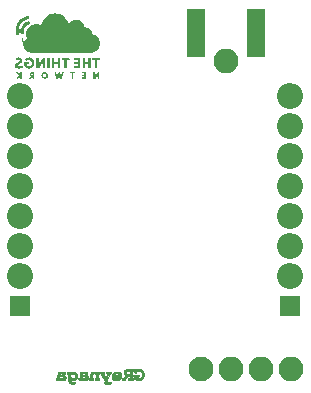
<source format=gbs>
G04 #@! TF.GenerationSoftware,KiCad,Pcbnew,5.0.0-rc2-unknown-6090f90~65~ubuntu18.04.1*
G04 #@! TF.CreationDate,2018-05-28T20:14:59-06:00*
G04 #@! TF.ProjectId,wemos-01,77656D6F732D30312E6B696361645F70,rev?*
G04 #@! TF.SameCoordinates,Original*
G04 #@! TF.FileFunction,Soldermask,Bot*
G04 #@! TF.FilePolarity,Negative*
%FSLAX46Y46*%
G04 Gerber Fmt 4.6, Leading zero omitted, Abs format (unit mm)*
G04 Created by KiCad (PCBNEW 5.0.0-rc2-unknown-6090f90~65~ubuntu18.04.1) date Mon May 28 20:14:59 2018*
%MOMM*%
%LPD*%
G01*
G04 APERTURE LIST*
%ADD10C,0.010000*%
%ADD11C,0.100000*%
%ADD12R,1.524000X4.064000*%
%ADD13R,1.800000X1.800000*%
%ADD14O,2.200000X2.200000*%
%ADD15C,2.100000*%
%ADD16O,2.100000X2.100000*%
G04 APERTURE END LIST*
D10*
G04 #@! TO.C,GBSilk\002A\002A\002A*
G36*
X135694250Y-111141113D02*
X135679291Y-111141309D01*
X135667640Y-111141718D01*
X135658538Y-111142373D01*
X135651225Y-111143307D01*
X135644940Y-111144551D01*
X135638923Y-111146141D01*
X135635635Y-111147118D01*
X135616263Y-111154920D01*
X135601966Y-111165361D01*
X135592350Y-111179073D01*
X135587023Y-111196690D01*
X135585591Y-111218847D01*
X135585904Y-111227222D01*
X135587199Y-111241670D01*
X135589509Y-111252070D01*
X135593441Y-111260715D01*
X135595707Y-111264353D01*
X135608869Y-111278556D01*
X135627089Y-111289279D01*
X135649974Y-111296293D01*
X135651875Y-111296665D01*
X135662479Y-111298736D01*
X135670231Y-111300386D01*
X135673399Y-111301240D01*
X135672249Y-111304162D01*
X135668473Y-111312119D01*
X135662377Y-111324514D01*
X135654269Y-111340751D01*
X135644454Y-111360232D01*
X135633240Y-111382360D01*
X135620933Y-111406539D01*
X135607840Y-111432171D01*
X135594268Y-111458659D01*
X135580523Y-111485407D01*
X135566912Y-111511818D01*
X135553742Y-111537294D01*
X135541319Y-111561239D01*
X135529951Y-111583056D01*
X135519943Y-111602148D01*
X135511604Y-111617918D01*
X135505238Y-111629768D01*
X135501153Y-111637103D01*
X135499679Y-111639350D01*
X135497798Y-111636630D01*
X135493187Y-111628795D01*
X135486113Y-111616325D01*
X135476841Y-111599703D01*
X135465639Y-111579411D01*
X135452772Y-111555931D01*
X135438506Y-111529747D01*
X135423108Y-111501339D01*
X135406844Y-111471191D01*
X135406354Y-111470281D01*
X135315371Y-111301212D01*
X135333491Y-111298860D01*
X135359579Y-111293269D01*
X135380576Y-111283963D01*
X135396432Y-111270998D01*
X135407098Y-111254428D01*
X135412524Y-111234311D01*
X135412660Y-111210700D01*
X135412596Y-111210071D01*
X135409557Y-111192772D01*
X135403880Y-111179231D01*
X135394456Y-111167045D01*
X135391298Y-111163843D01*
X135385691Y-111158618D01*
X135380135Y-111154330D01*
X135373953Y-111150881D01*
X135366468Y-111148169D01*
X135357001Y-111146094D01*
X135344874Y-111144556D01*
X135329412Y-111143455D01*
X135309935Y-111142689D01*
X135285765Y-111142160D01*
X135256227Y-111141766D01*
X135241113Y-111141608D01*
X135211450Y-111141328D01*
X135187384Y-111141166D01*
X135168164Y-111141154D01*
X135153035Y-111141323D01*
X135141247Y-111141703D01*
X135132048Y-111142328D01*
X135124684Y-111143226D01*
X135118403Y-111144431D01*
X135112454Y-111145973D01*
X135108577Y-111147120D01*
X135088593Y-111155421D01*
X135073998Y-111166704D01*
X135064402Y-111181319D01*
X135061490Y-111189499D01*
X135058849Y-111205390D01*
X135058623Y-111223484D01*
X135060639Y-111241279D01*
X135064724Y-111256270D01*
X135066373Y-111259937D01*
X135076174Y-111272978D01*
X135090612Y-111284335D01*
X135107996Y-111292878D01*
X135121123Y-111296599D01*
X135139306Y-111300176D01*
X135317803Y-111639292D01*
X135340526Y-111682472D01*
X135362409Y-111724083D01*
X135383275Y-111763779D01*
X135402941Y-111801217D01*
X135421228Y-111836053D01*
X135437955Y-111867941D01*
X135452942Y-111896539D01*
X135466008Y-111921502D01*
X135476973Y-111942486D01*
X135485657Y-111959145D01*
X135491879Y-111971137D01*
X135495458Y-111978117D01*
X135496300Y-111979858D01*
X135493386Y-111980767D01*
X135485656Y-111981876D01*
X135474634Y-111982978D01*
X135471694Y-111983216D01*
X135446380Y-111986588D01*
X135426401Y-111992522D01*
X135411170Y-112001294D01*
X135400097Y-112013182D01*
X135396922Y-112018453D01*
X135393339Y-112026473D01*
X135391203Y-112035276D01*
X135390188Y-112046818D01*
X135389961Y-112060037D01*
X135390162Y-112074451D01*
X135391064Y-112084540D01*
X135393069Y-112092320D01*
X135396582Y-112099809D01*
X135398641Y-112103417D01*
X135408008Y-112116082D01*
X135419946Y-112125565D01*
X135435978Y-112132927D01*
X135445283Y-112135934D01*
X135449437Y-112136968D01*
X135454651Y-112137853D01*
X135461409Y-112138599D01*
X135470197Y-112139217D01*
X135481499Y-112139719D01*
X135495801Y-112140114D01*
X135513589Y-112140414D01*
X135535346Y-112140629D01*
X135561558Y-112140770D01*
X135592710Y-112140848D01*
X135629288Y-112140873D01*
X135667533Y-112140860D01*
X135710158Y-112140810D01*
X135746879Y-112140714D01*
X135778139Y-112140563D01*
X135804384Y-112140349D01*
X135826059Y-112140061D01*
X135843608Y-112139690D01*
X135857477Y-112139227D01*
X135868111Y-112138662D01*
X135875954Y-112137987D01*
X135881452Y-112137190D01*
X135885049Y-112136264D01*
X135885054Y-112136262D01*
X135900387Y-112129138D01*
X135912383Y-112119220D01*
X135923125Y-112104776D01*
X135923338Y-112104435D01*
X135928404Y-112095379D01*
X135931457Y-112086817D01*
X135933106Y-112076391D01*
X135933890Y-112063466D01*
X135934160Y-112049583D01*
X135933391Y-112039777D01*
X135931214Y-112031813D01*
X135927296Y-112023525D01*
X135919956Y-112012894D01*
X135910612Y-112003233D01*
X135907219Y-112000585D01*
X135899427Y-111995644D01*
X135891239Y-111991661D01*
X135881892Y-111988537D01*
X135870620Y-111986172D01*
X135856659Y-111984466D01*
X135839244Y-111983321D01*
X135817611Y-111982637D01*
X135790994Y-111982314D01*
X135766147Y-111982250D01*
X135675378Y-111982250D01*
X135632670Y-111902265D01*
X135621721Y-111881659D01*
X135611854Y-111862898D01*
X135603440Y-111846703D01*
X135596850Y-111833793D01*
X135592454Y-111824889D01*
X135590623Y-111820713D01*
X135590598Y-111820509D01*
X135592112Y-111817490D01*
X135596331Y-111809224D01*
X135603049Y-111796111D01*
X135612062Y-111778548D01*
X135623165Y-111756933D01*
X135636153Y-111731665D01*
X135650822Y-111703141D01*
X135666967Y-111671760D01*
X135684383Y-111637921D01*
X135702865Y-111602021D01*
X135722210Y-111564459D01*
X135724520Y-111559975D01*
X135857807Y-111301212D01*
X135871523Y-111297580D01*
X135894313Y-111289745D01*
X135911496Y-111279493D01*
X135923541Y-111266244D01*
X135930919Y-111249420D01*
X135934101Y-111228441D01*
X135934311Y-111220250D01*
X135932657Y-111198293D01*
X135927294Y-111180885D01*
X135917623Y-111167039D01*
X135903046Y-111155767D01*
X135891548Y-111149761D01*
X135887107Y-111147803D01*
X135882683Y-111146223D01*
X135877557Y-111144972D01*
X135871009Y-111144003D01*
X135862320Y-111143268D01*
X135850769Y-111142719D01*
X135835637Y-111142309D01*
X135816204Y-111141989D01*
X135791750Y-111141712D01*
X135766583Y-111141476D01*
X135737136Y-111141230D01*
X135713278Y-111141097D01*
X135694250Y-111141113D01*
X135694250Y-111141113D01*
G37*
X135694250Y-111141113D02*
X135679291Y-111141309D01*
X135667640Y-111141718D01*
X135658538Y-111142373D01*
X135651225Y-111143307D01*
X135644940Y-111144551D01*
X135638923Y-111146141D01*
X135635635Y-111147118D01*
X135616263Y-111154920D01*
X135601966Y-111165361D01*
X135592350Y-111179073D01*
X135587023Y-111196690D01*
X135585591Y-111218847D01*
X135585904Y-111227222D01*
X135587199Y-111241670D01*
X135589509Y-111252070D01*
X135593441Y-111260715D01*
X135595707Y-111264353D01*
X135608869Y-111278556D01*
X135627089Y-111289279D01*
X135649974Y-111296293D01*
X135651875Y-111296665D01*
X135662479Y-111298736D01*
X135670231Y-111300386D01*
X135673399Y-111301240D01*
X135672249Y-111304162D01*
X135668473Y-111312119D01*
X135662377Y-111324514D01*
X135654269Y-111340751D01*
X135644454Y-111360232D01*
X135633240Y-111382360D01*
X135620933Y-111406539D01*
X135607840Y-111432171D01*
X135594268Y-111458659D01*
X135580523Y-111485407D01*
X135566912Y-111511818D01*
X135553742Y-111537294D01*
X135541319Y-111561239D01*
X135529951Y-111583056D01*
X135519943Y-111602148D01*
X135511604Y-111617918D01*
X135505238Y-111629768D01*
X135501153Y-111637103D01*
X135499679Y-111639350D01*
X135497798Y-111636630D01*
X135493187Y-111628795D01*
X135486113Y-111616325D01*
X135476841Y-111599703D01*
X135465639Y-111579411D01*
X135452772Y-111555931D01*
X135438506Y-111529747D01*
X135423108Y-111501339D01*
X135406844Y-111471191D01*
X135406354Y-111470281D01*
X135315371Y-111301212D01*
X135333491Y-111298860D01*
X135359579Y-111293269D01*
X135380576Y-111283963D01*
X135396432Y-111270998D01*
X135407098Y-111254428D01*
X135412524Y-111234311D01*
X135412660Y-111210700D01*
X135412596Y-111210071D01*
X135409557Y-111192772D01*
X135403880Y-111179231D01*
X135394456Y-111167045D01*
X135391298Y-111163843D01*
X135385691Y-111158618D01*
X135380135Y-111154330D01*
X135373953Y-111150881D01*
X135366468Y-111148169D01*
X135357001Y-111146094D01*
X135344874Y-111144556D01*
X135329412Y-111143455D01*
X135309935Y-111142689D01*
X135285765Y-111142160D01*
X135256227Y-111141766D01*
X135241113Y-111141608D01*
X135211450Y-111141328D01*
X135187384Y-111141166D01*
X135168164Y-111141154D01*
X135153035Y-111141323D01*
X135141247Y-111141703D01*
X135132048Y-111142328D01*
X135124684Y-111143226D01*
X135118403Y-111144431D01*
X135112454Y-111145973D01*
X135108577Y-111147120D01*
X135088593Y-111155421D01*
X135073998Y-111166704D01*
X135064402Y-111181319D01*
X135061490Y-111189499D01*
X135058849Y-111205390D01*
X135058623Y-111223484D01*
X135060639Y-111241279D01*
X135064724Y-111256270D01*
X135066373Y-111259937D01*
X135076174Y-111272978D01*
X135090612Y-111284335D01*
X135107996Y-111292878D01*
X135121123Y-111296599D01*
X135139306Y-111300176D01*
X135317803Y-111639292D01*
X135340526Y-111682472D01*
X135362409Y-111724083D01*
X135383275Y-111763779D01*
X135402941Y-111801217D01*
X135421228Y-111836053D01*
X135437955Y-111867941D01*
X135452942Y-111896539D01*
X135466008Y-111921502D01*
X135476973Y-111942486D01*
X135485657Y-111959145D01*
X135491879Y-111971137D01*
X135495458Y-111978117D01*
X135496300Y-111979858D01*
X135493386Y-111980767D01*
X135485656Y-111981876D01*
X135474634Y-111982978D01*
X135471694Y-111983216D01*
X135446380Y-111986588D01*
X135426401Y-111992522D01*
X135411170Y-112001294D01*
X135400097Y-112013182D01*
X135396922Y-112018453D01*
X135393339Y-112026473D01*
X135391203Y-112035276D01*
X135390188Y-112046818D01*
X135389961Y-112060037D01*
X135390162Y-112074451D01*
X135391064Y-112084540D01*
X135393069Y-112092320D01*
X135396582Y-112099809D01*
X135398641Y-112103417D01*
X135408008Y-112116082D01*
X135419946Y-112125565D01*
X135435978Y-112132927D01*
X135445283Y-112135934D01*
X135449437Y-112136968D01*
X135454651Y-112137853D01*
X135461409Y-112138599D01*
X135470197Y-112139217D01*
X135481499Y-112139719D01*
X135495801Y-112140114D01*
X135513589Y-112140414D01*
X135535346Y-112140629D01*
X135561558Y-112140770D01*
X135592710Y-112140848D01*
X135629288Y-112140873D01*
X135667533Y-112140860D01*
X135710158Y-112140810D01*
X135746879Y-112140714D01*
X135778139Y-112140563D01*
X135804384Y-112140349D01*
X135826059Y-112140061D01*
X135843608Y-112139690D01*
X135857477Y-112139227D01*
X135868111Y-112138662D01*
X135875954Y-112137987D01*
X135881452Y-112137190D01*
X135885049Y-112136264D01*
X135885054Y-112136262D01*
X135900387Y-112129138D01*
X135912383Y-112119220D01*
X135923125Y-112104776D01*
X135923338Y-112104435D01*
X135928404Y-112095379D01*
X135931457Y-112086817D01*
X135933106Y-112076391D01*
X135933890Y-112063466D01*
X135934160Y-112049583D01*
X135933391Y-112039777D01*
X135931214Y-112031813D01*
X135927296Y-112023525D01*
X135919956Y-112012894D01*
X135910612Y-112003233D01*
X135907219Y-112000585D01*
X135899427Y-111995644D01*
X135891239Y-111991661D01*
X135881892Y-111988537D01*
X135870620Y-111986172D01*
X135856659Y-111984466D01*
X135839244Y-111983321D01*
X135817611Y-111982637D01*
X135790994Y-111982314D01*
X135766147Y-111982250D01*
X135675378Y-111982250D01*
X135632670Y-111902265D01*
X135621721Y-111881659D01*
X135611854Y-111862898D01*
X135603440Y-111846703D01*
X135596850Y-111833793D01*
X135592454Y-111824889D01*
X135590623Y-111820713D01*
X135590598Y-111820509D01*
X135592112Y-111817490D01*
X135596331Y-111809224D01*
X135603049Y-111796111D01*
X135612062Y-111778548D01*
X135623165Y-111756933D01*
X135636153Y-111731665D01*
X135650822Y-111703141D01*
X135666967Y-111671760D01*
X135684383Y-111637921D01*
X135702865Y-111602021D01*
X135722210Y-111564459D01*
X135724520Y-111559975D01*
X135857807Y-111301212D01*
X135871523Y-111297580D01*
X135894313Y-111289745D01*
X135911496Y-111279493D01*
X135923541Y-111266244D01*
X135930919Y-111249420D01*
X135934101Y-111228441D01*
X135934311Y-111220250D01*
X135932657Y-111198293D01*
X135927294Y-111180885D01*
X135917623Y-111167039D01*
X135903046Y-111155767D01*
X135891548Y-111149761D01*
X135887107Y-111147803D01*
X135882683Y-111146223D01*
X135877557Y-111144972D01*
X135871009Y-111144003D01*
X135862320Y-111143268D01*
X135850769Y-111142719D01*
X135835637Y-111142309D01*
X135816204Y-111141989D01*
X135791750Y-111141712D01*
X135766583Y-111141476D01*
X135737136Y-111141230D01*
X135713278Y-111141097D01*
X135694250Y-111141113D01*
G36*
X132702466Y-111120660D02*
X132685432Y-111120945D01*
X132672101Y-111121554D01*
X132661150Y-111122605D01*
X132651255Y-111124219D01*
X132641093Y-111126514D01*
X132631797Y-111128944D01*
X132597204Y-111140379D01*
X132563598Y-111155439D01*
X132533354Y-111173029D01*
X132527675Y-111176925D01*
X132507038Y-111191529D01*
X132505194Y-111140875D01*
X132399116Y-111140875D01*
X132369729Y-111140979D01*
X132343114Y-111141282D01*
X132319961Y-111141762D01*
X132300963Y-111142401D01*
X132286811Y-111143180D01*
X132278197Y-111144079D01*
X132277319Y-111144246D01*
X132255957Y-111151648D01*
X132238766Y-111163507D01*
X132226189Y-111179295D01*
X132218666Y-111198483D01*
X132216574Y-111217075D01*
X132218154Y-111237860D01*
X132223262Y-111254593D01*
X132232402Y-111268804D01*
X132234226Y-111270895D01*
X132247023Y-111282228D01*
X132262515Y-111290364D01*
X132281750Y-111295683D01*
X132305775Y-111298570D01*
X132310857Y-111298869D01*
X132343525Y-111300536D01*
X132343528Y-111577099D01*
X132343550Y-111630492D01*
X132343625Y-111677947D01*
X132343766Y-111719873D01*
X132343990Y-111756681D01*
X132344310Y-111788784D01*
X132344741Y-111816591D01*
X132345298Y-111840513D01*
X132345996Y-111860962D01*
X132346849Y-111878348D01*
X132347872Y-111893082D01*
X132349079Y-111905575D01*
X132350486Y-111916238D01*
X132352107Y-111925482D01*
X132353956Y-111933717D01*
X132356048Y-111941355D01*
X132356597Y-111943174D01*
X132371456Y-111981047D01*
X132391699Y-112015917D01*
X132416932Y-112047414D01*
X132446760Y-112075170D01*
X132480789Y-112098814D01*
X132518625Y-112117978D01*
X132557838Y-112131725D01*
X132564291Y-112133473D01*
X132570525Y-112134916D01*
X132577215Y-112136089D01*
X132585037Y-112137026D01*
X132594667Y-112137759D01*
X132606778Y-112138324D01*
X132622047Y-112138753D01*
X132641148Y-112139080D01*
X132664758Y-112139339D01*
X132693549Y-112139564D01*
X132718175Y-112139725D01*
X132747634Y-112139841D01*
X132775373Y-112139817D01*
X132800677Y-112139662D01*
X132822827Y-112139387D01*
X132841108Y-112139002D01*
X132854802Y-112138517D01*
X132863192Y-112137942D01*
X132865069Y-112137652D01*
X132887200Y-112129639D01*
X132904641Y-112117692D01*
X132917127Y-112102059D01*
X132924394Y-112082986D01*
X132924589Y-112082074D01*
X132926983Y-112059178D01*
X132924650Y-112037890D01*
X132917857Y-112019308D01*
X132906866Y-112004533D01*
X132905688Y-112003434D01*
X132899419Y-111998288D01*
X132892628Y-111994037D01*
X132884666Y-111990596D01*
X132874889Y-111987884D01*
X132862649Y-111985816D01*
X132847302Y-111984310D01*
X132828200Y-111983281D01*
X132804697Y-111982646D01*
X132776148Y-111982322D01*
X132741906Y-111982226D01*
X132741361Y-111982226D01*
X132707419Y-111982140D01*
X132679103Y-111981854D01*
X132655692Y-111981301D01*
X132636465Y-111980413D01*
X132620700Y-111979124D01*
X132607676Y-111977367D01*
X132596669Y-111975074D01*
X132586960Y-111972178D01*
X132577826Y-111968611D01*
X132573321Y-111966589D01*
X132550564Y-111953346D01*
X132532724Y-111936734D01*
X132518871Y-111915860D01*
X132517387Y-111912936D01*
X132507038Y-111891930D01*
X132504938Y-111775290D01*
X132524649Y-111788675D01*
X132548580Y-111803131D01*
X132576304Y-111816949D01*
X132605283Y-111828972D01*
X132632562Y-111837924D01*
X132664038Y-111844460D01*
X132699351Y-111848053D01*
X132736726Y-111848732D01*
X132774388Y-111846527D01*
X132810562Y-111841466D01*
X132840413Y-111834485D01*
X132882940Y-111819021D01*
X132923004Y-111798181D01*
X132960084Y-111772493D01*
X132993660Y-111742488D01*
X133023214Y-111708695D01*
X133048225Y-111671643D01*
X133068173Y-111631861D01*
X133082540Y-111589880D01*
X133083275Y-111587060D01*
X133092740Y-111538106D01*
X133096239Y-111489127D01*
X133095973Y-111483775D01*
X132935046Y-111483775D01*
X132932142Y-111519612D01*
X132923492Y-111552789D01*
X132909022Y-111583503D01*
X132888654Y-111611953D01*
X132884261Y-111616954D01*
X132856770Y-111642816D01*
X132826282Y-111663214D01*
X132793295Y-111677986D01*
X132758305Y-111686971D01*
X132721808Y-111690008D01*
X132684300Y-111686936D01*
X132674385Y-111685105D01*
X132640390Y-111675076D01*
X132608812Y-111659813D01*
X132580278Y-111639909D01*
X132555415Y-111615957D01*
X132534850Y-111588549D01*
X132519210Y-111558279D01*
X132509985Y-111529607D01*
X132506305Y-111504339D01*
X132506006Y-111476443D01*
X132508946Y-111448575D01*
X132514982Y-111423388D01*
X132515832Y-111420888D01*
X132530281Y-111389068D01*
X132549799Y-111360332D01*
X132573670Y-111335136D01*
X132601182Y-111313937D01*
X132631622Y-111297192D01*
X132664274Y-111285358D01*
X132698427Y-111278892D01*
X132733366Y-111278250D01*
X132738032Y-111278628D01*
X132758146Y-111281031D01*
X132775291Y-111284536D01*
X132791900Y-111289833D01*
X132810405Y-111297616D01*
X132819091Y-111301679D01*
X132834278Y-111309409D01*
X132846642Y-111317102D01*
X132858310Y-111326292D01*
X132871408Y-111338511D01*
X132874752Y-111341817D01*
X132898030Y-111368171D01*
X132915325Y-111395252D01*
X132927004Y-111423923D01*
X132933434Y-111455046D01*
X132935046Y-111483775D01*
X133095973Y-111483775D01*
X133093825Y-111440724D01*
X133085552Y-111393499D01*
X133071473Y-111348051D01*
X133059483Y-111320262D01*
X133046394Y-111295145D01*
X133032588Y-111273162D01*
X133016791Y-111252610D01*
X132997726Y-111231784D01*
X132981016Y-111215433D01*
X132945871Y-111185996D01*
X132908324Y-111162064D01*
X132867658Y-111143257D01*
X132823156Y-111129192D01*
X132815202Y-111127256D01*
X132803618Y-111124781D01*
X132792325Y-111122983D01*
X132779983Y-111121762D01*
X132765251Y-111121021D01*
X132746788Y-111120660D01*
X132724525Y-111120579D01*
X132702466Y-111120660D01*
X132702466Y-111120660D01*
G37*
X132702466Y-111120660D02*
X132685432Y-111120945D01*
X132672101Y-111121554D01*
X132661150Y-111122605D01*
X132651255Y-111124219D01*
X132641093Y-111126514D01*
X132631797Y-111128944D01*
X132597204Y-111140379D01*
X132563598Y-111155439D01*
X132533354Y-111173029D01*
X132527675Y-111176925D01*
X132507038Y-111191529D01*
X132505194Y-111140875D01*
X132399116Y-111140875D01*
X132369729Y-111140979D01*
X132343114Y-111141282D01*
X132319961Y-111141762D01*
X132300963Y-111142401D01*
X132286811Y-111143180D01*
X132278197Y-111144079D01*
X132277319Y-111144246D01*
X132255957Y-111151648D01*
X132238766Y-111163507D01*
X132226189Y-111179295D01*
X132218666Y-111198483D01*
X132216574Y-111217075D01*
X132218154Y-111237860D01*
X132223262Y-111254593D01*
X132232402Y-111268804D01*
X132234226Y-111270895D01*
X132247023Y-111282228D01*
X132262515Y-111290364D01*
X132281750Y-111295683D01*
X132305775Y-111298570D01*
X132310857Y-111298869D01*
X132343525Y-111300536D01*
X132343528Y-111577099D01*
X132343550Y-111630492D01*
X132343625Y-111677947D01*
X132343766Y-111719873D01*
X132343990Y-111756681D01*
X132344310Y-111788784D01*
X132344741Y-111816591D01*
X132345298Y-111840513D01*
X132345996Y-111860962D01*
X132346849Y-111878348D01*
X132347872Y-111893082D01*
X132349079Y-111905575D01*
X132350486Y-111916238D01*
X132352107Y-111925482D01*
X132353956Y-111933717D01*
X132356048Y-111941355D01*
X132356597Y-111943174D01*
X132371456Y-111981047D01*
X132391699Y-112015917D01*
X132416932Y-112047414D01*
X132446760Y-112075170D01*
X132480789Y-112098814D01*
X132518625Y-112117978D01*
X132557838Y-112131725D01*
X132564291Y-112133473D01*
X132570525Y-112134916D01*
X132577215Y-112136089D01*
X132585037Y-112137026D01*
X132594667Y-112137759D01*
X132606778Y-112138324D01*
X132622047Y-112138753D01*
X132641148Y-112139080D01*
X132664758Y-112139339D01*
X132693549Y-112139564D01*
X132718175Y-112139725D01*
X132747634Y-112139841D01*
X132775373Y-112139817D01*
X132800677Y-112139662D01*
X132822827Y-112139387D01*
X132841108Y-112139002D01*
X132854802Y-112138517D01*
X132863192Y-112137942D01*
X132865069Y-112137652D01*
X132887200Y-112129639D01*
X132904641Y-112117692D01*
X132917127Y-112102059D01*
X132924394Y-112082986D01*
X132924589Y-112082074D01*
X132926983Y-112059178D01*
X132924650Y-112037890D01*
X132917857Y-112019308D01*
X132906866Y-112004533D01*
X132905688Y-112003434D01*
X132899419Y-111998288D01*
X132892628Y-111994037D01*
X132884666Y-111990596D01*
X132874889Y-111987884D01*
X132862649Y-111985816D01*
X132847302Y-111984310D01*
X132828200Y-111983281D01*
X132804697Y-111982646D01*
X132776148Y-111982322D01*
X132741906Y-111982226D01*
X132741361Y-111982226D01*
X132707419Y-111982140D01*
X132679103Y-111981854D01*
X132655692Y-111981301D01*
X132636465Y-111980413D01*
X132620700Y-111979124D01*
X132607676Y-111977367D01*
X132596669Y-111975074D01*
X132586960Y-111972178D01*
X132577826Y-111968611D01*
X132573321Y-111966589D01*
X132550564Y-111953346D01*
X132532724Y-111936734D01*
X132518871Y-111915860D01*
X132517387Y-111912936D01*
X132507038Y-111891930D01*
X132504938Y-111775290D01*
X132524649Y-111788675D01*
X132548580Y-111803131D01*
X132576304Y-111816949D01*
X132605283Y-111828972D01*
X132632562Y-111837924D01*
X132664038Y-111844460D01*
X132699351Y-111848053D01*
X132736726Y-111848732D01*
X132774388Y-111846527D01*
X132810562Y-111841466D01*
X132840413Y-111834485D01*
X132882940Y-111819021D01*
X132923004Y-111798181D01*
X132960084Y-111772493D01*
X132993660Y-111742488D01*
X133023214Y-111708695D01*
X133048225Y-111671643D01*
X133068173Y-111631861D01*
X133082540Y-111589880D01*
X133083275Y-111587060D01*
X133092740Y-111538106D01*
X133096239Y-111489127D01*
X133095973Y-111483775D01*
X132935046Y-111483775D01*
X132932142Y-111519612D01*
X132923492Y-111552789D01*
X132909022Y-111583503D01*
X132888654Y-111611953D01*
X132884261Y-111616954D01*
X132856770Y-111642816D01*
X132826282Y-111663214D01*
X132793295Y-111677986D01*
X132758305Y-111686971D01*
X132721808Y-111690008D01*
X132684300Y-111686936D01*
X132674385Y-111685105D01*
X132640390Y-111675076D01*
X132608812Y-111659813D01*
X132580278Y-111639909D01*
X132555415Y-111615957D01*
X132534850Y-111588549D01*
X132519210Y-111558279D01*
X132509985Y-111529607D01*
X132506305Y-111504339D01*
X132506006Y-111476443D01*
X132508946Y-111448575D01*
X132514982Y-111423388D01*
X132515832Y-111420888D01*
X132530281Y-111389068D01*
X132549799Y-111360332D01*
X132573670Y-111335136D01*
X132601182Y-111313937D01*
X132631622Y-111297192D01*
X132664274Y-111285358D01*
X132698427Y-111278892D01*
X132733366Y-111278250D01*
X132738032Y-111278628D01*
X132758146Y-111281031D01*
X132775291Y-111284536D01*
X132791900Y-111289833D01*
X132810405Y-111297616D01*
X132819091Y-111301679D01*
X132834278Y-111309409D01*
X132846642Y-111317102D01*
X132858310Y-111326292D01*
X132871408Y-111338511D01*
X132874752Y-111341817D01*
X132898030Y-111368171D01*
X132915325Y-111395252D01*
X132927004Y-111423923D01*
X132933434Y-111455046D01*
X132935046Y-111483775D01*
X133095973Y-111483775D01*
X133093825Y-111440724D01*
X133085552Y-111393499D01*
X133071473Y-111348051D01*
X133059483Y-111320262D01*
X133046394Y-111295145D01*
X133032588Y-111273162D01*
X133016791Y-111252610D01*
X132997726Y-111231784D01*
X132981016Y-111215433D01*
X132945871Y-111185996D01*
X132908324Y-111162064D01*
X132867658Y-111143257D01*
X132823156Y-111129192D01*
X132815202Y-111127256D01*
X132803618Y-111124781D01*
X132792325Y-111122983D01*
X132779983Y-111121762D01*
X132765251Y-111121021D01*
X132746788Y-111120660D01*
X132724525Y-111120579D01*
X132702466Y-111120660D01*
G36*
X136409884Y-111121384D02*
X136362811Y-111127283D01*
X136317582Y-111137483D01*
X136275176Y-111151904D01*
X136236576Y-111170462D01*
X136232663Y-111172718D01*
X136194234Y-111198249D01*
X136159048Y-111227595D01*
X136127801Y-111259997D01*
X136101187Y-111294699D01*
X136079901Y-111330945D01*
X136072275Y-111347486D01*
X136060737Y-111378800D01*
X136052198Y-111411397D01*
X136046448Y-111446499D01*
X136043278Y-111485327D01*
X136042456Y-111521081D01*
X136042400Y-111559975D01*
X136361828Y-111559975D01*
X136413944Y-111559979D01*
X136460072Y-111559996D01*
X136500572Y-111560032D01*
X136535805Y-111560093D01*
X136566133Y-111560186D01*
X136591917Y-111560317D01*
X136613518Y-111560492D01*
X136631298Y-111560718D01*
X136645616Y-111561001D01*
X136656836Y-111561347D01*
X136665317Y-111561763D01*
X136671421Y-111562255D01*
X136675509Y-111562829D01*
X136677942Y-111563491D01*
X136679082Y-111564249D01*
X136679289Y-111565107D01*
X136679174Y-111565531D01*
X136672496Y-111579203D01*
X136662311Y-111595052D01*
X136649966Y-111611159D01*
X136637229Y-111625189D01*
X136611802Y-111646167D01*
X136581554Y-111663372D01*
X136546825Y-111676727D01*
X136507959Y-111686153D01*
X136465296Y-111691574D01*
X136419179Y-111692913D01*
X136369950Y-111690091D01*
X136356706Y-111688669D01*
X136335965Y-111686020D01*
X136315825Y-111682943D01*
X136295033Y-111679189D01*
X136272337Y-111674512D01*
X136246483Y-111668662D01*
X136216219Y-111661390D01*
X136204325Y-111658456D01*
X136174700Y-111651452D01*
X136150278Y-111646560D01*
X136130268Y-111643795D01*
X136113882Y-111643171D01*
X136100328Y-111644705D01*
X136088817Y-111648409D01*
X136078558Y-111654300D01*
X136070331Y-111660947D01*
X136056379Y-111676442D01*
X136047986Y-111693322D01*
X136044442Y-111713167D01*
X136044226Y-111719242D01*
X136044464Y-111731597D01*
X136045994Y-111740271D01*
X136049528Y-111747904D01*
X136053647Y-111754143D01*
X136064306Y-111766692D01*
X136078153Y-111778173D01*
X136095791Y-111788897D01*
X136117823Y-111799176D01*
X136144853Y-111809320D01*
X136177484Y-111819640D01*
X136184825Y-111821778D01*
X136224396Y-111831649D01*
X136268301Y-111839885D01*
X136314665Y-111846163D01*
X136341817Y-111848769D01*
X136357393Y-111849740D01*
X136376934Y-111850511D01*
X136399094Y-111851072D01*
X136422527Y-111851415D01*
X136445888Y-111851531D01*
X136467831Y-111851410D01*
X136487011Y-111851045D01*
X136502080Y-111850425D01*
X136509125Y-111849873D01*
X136517117Y-111848732D01*
X136529291Y-111846660D01*
X136543611Y-111844013D01*
X136551106Y-111842552D01*
X136600358Y-111830004D01*
X136645675Y-111812627D01*
X136687502Y-111790187D01*
X136726285Y-111762450D01*
X136757018Y-111734708D01*
X136787311Y-111700967D01*
X136811718Y-111665688D01*
X136830543Y-111628217D01*
X136844087Y-111587903D01*
X136852654Y-111544092D01*
X136854931Y-111523462D01*
X136856328Y-111474106D01*
X136851816Y-111426855D01*
X136849571Y-111417100D01*
X136677119Y-111417100D01*
X136222687Y-111417100D01*
X136224806Y-111408368D01*
X136229653Y-111395890D01*
X136238265Y-111380973D01*
X136249550Y-111365264D01*
X136262411Y-111350412D01*
X136265208Y-111347557D01*
X136283702Y-111331775D01*
X136306178Y-111316722D01*
X136330307Y-111303826D01*
X136349035Y-111296095D01*
X136384927Y-111286426D01*
X136423591Y-111281283D01*
X136463392Y-111280649D01*
X136502697Y-111284505D01*
X136539871Y-111292835D01*
X136556138Y-111298289D01*
X136585353Y-111311735D01*
X136612047Y-111328822D01*
X136635358Y-111348766D01*
X136654424Y-111370780D01*
X136668383Y-111394079D01*
X136672691Y-111404550D01*
X136677119Y-111417100D01*
X136849571Y-111417100D01*
X136841468Y-111381893D01*
X136825358Y-111339405D01*
X136803559Y-111299576D01*
X136776146Y-111262593D01*
X136743191Y-111228639D01*
X136734694Y-111221157D01*
X136701335Y-111194885D01*
X136668100Y-111173583D01*
X136633131Y-111156187D01*
X136596982Y-111142435D01*
X136552349Y-111130313D01*
X136505633Y-111122818D01*
X136457818Y-111119869D01*
X136409884Y-111121384D01*
X136409884Y-111121384D01*
G37*
X136409884Y-111121384D02*
X136362811Y-111127283D01*
X136317582Y-111137483D01*
X136275176Y-111151904D01*
X136236576Y-111170462D01*
X136232663Y-111172718D01*
X136194234Y-111198249D01*
X136159048Y-111227595D01*
X136127801Y-111259997D01*
X136101187Y-111294699D01*
X136079901Y-111330945D01*
X136072275Y-111347486D01*
X136060737Y-111378800D01*
X136052198Y-111411397D01*
X136046448Y-111446499D01*
X136043278Y-111485327D01*
X136042456Y-111521081D01*
X136042400Y-111559975D01*
X136361828Y-111559975D01*
X136413944Y-111559979D01*
X136460072Y-111559996D01*
X136500572Y-111560032D01*
X136535805Y-111560093D01*
X136566133Y-111560186D01*
X136591917Y-111560317D01*
X136613518Y-111560492D01*
X136631298Y-111560718D01*
X136645616Y-111561001D01*
X136656836Y-111561347D01*
X136665317Y-111561763D01*
X136671421Y-111562255D01*
X136675509Y-111562829D01*
X136677942Y-111563491D01*
X136679082Y-111564249D01*
X136679289Y-111565107D01*
X136679174Y-111565531D01*
X136672496Y-111579203D01*
X136662311Y-111595052D01*
X136649966Y-111611159D01*
X136637229Y-111625189D01*
X136611802Y-111646167D01*
X136581554Y-111663372D01*
X136546825Y-111676727D01*
X136507959Y-111686153D01*
X136465296Y-111691574D01*
X136419179Y-111692913D01*
X136369950Y-111690091D01*
X136356706Y-111688669D01*
X136335965Y-111686020D01*
X136315825Y-111682943D01*
X136295033Y-111679189D01*
X136272337Y-111674512D01*
X136246483Y-111668662D01*
X136216219Y-111661390D01*
X136204325Y-111658456D01*
X136174700Y-111651452D01*
X136150278Y-111646560D01*
X136130268Y-111643795D01*
X136113882Y-111643171D01*
X136100328Y-111644705D01*
X136088817Y-111648409D01*
X136078558Y-111654300D01*
X136070331Y-111660947D01*
X136056379Y-111676442D01*
X136047986Y-111693322D01*
X136044442Y-111713167D01*
X136044226Y-111719242D01*
X136044464Y-111731597D01*
X136045994Y-111740271D01*
X136049528Y-111747904D01*
X136053647Y-111754143D01*
X136064306Y-111766692D01*
X136078153Y-111778173D01*
X136095791Y-111788897D01*
X136117823Y-111799176D01*
X136144853Y-111809320D01*
X136177484Y-111819640D01*
X136184825Y-111821778D01*
X136224396Y-111831649D01*
X136268301Y-111839885D01*
X136314665Y-111846163D01*
X136341817Y-111848769D01*
X136357393Y-111849740D01*
X136376934Y-111850511D01*
X136399094Y-111851072D01*
X136422527Y-111851415D01*
X136445888Y-111851531D01*
X136467831Y-111851410D01*
X136487011Y-111851045D01*
X136502080Y-111850425D01*
X136509125Y-111849873D01*
X136517117Y-111848732D01*
X136529291Y-111846660D01*
X136543611Y-111844013D01*
X136551106Y-111842552D01*
X136600358Y-111830004D01*
X136645675Y-111812627D01*
X136687502Y-111790187D01*
X136726285Y-111762450D01*
X136757018Y-111734708D01*
X136787311Y-111700967D01*
X136811718Y-111665688D01*
X136830543Y-111628217D01*
X136844087Y-111587903D01*
X136852654Y-111544092D01*
X136854931Y-111523462D01*
X136856328Y-111474106D01*
X136851816Y-111426855D01*
X136849571Y-111417100D01*
X136677119Y-111417100D01*
X136222687Y-111417100D01*
X136224806Y-111408368D01*
X136229653Y-111395890D01*
X136238265Y-111380973D01*
X136249550Y-111365264D01*
X136262411Y-111350412D01*
X136265208Y-111347557D01*
X136283702Y-111331775D01*
X136306178Y-111316722D01*
X136330307Y-111303826D01*
X136349035Y-111296095D01*
X136384927Y-111286426D01*
X136423591Y-111281283D01*
X136463392Y-111280649D01*
X136502697Y-111284505D01*
X136539871Y-111292835D01*
X136556138Y-111298289D01*
X136585353Y-111311735D01*
X136612047Y-111328822D01*
X136635358Y-111348766D01*
X136654424Y-111370780D01*
X136668383Y-111394079D01*
X136672691Y-111404550D01*
X136677119Y-111417100D01*
X136849571Y-111417100D01*
X136841468Y-111381893D01*
X136825358Y-111339405D01*
X136803559Y-111299576D01*
X136776146Y-111262593D01*
X136743191Y-111228639D01*
X136734694Y-111221157D01*
X136701335Y-111194885D01*
X136668100Y-111173583D01*
X136633131Y-111156187D01*
X136596982Y-111142435D01*
X136552349Y-111130313D01*
X136505633Y-111122818D01*
X136457818Y-111119869D01*
X136409884Y-111121384D01*
G36*
X133572144Y-111122179D02*
X133524474Y-111129327D01*
X133480884Y-111140989D01*
X133441543Y-111157131D01*
X133411353Y-111174493D01*
X133383653Y-111195876D01*
X133361286Y-111219846D01*
X133343473Y-111247268D01*
X133340218Y-111253587D01*
X133335743Y-111262854D01*
X133331921Y-111271548D01*
X133328699Y-111280240D01*
X133326027Y-111289499D01*
X133323852Y-111299896D01*
X133322125Y-111312003D01*
X133320794Y-111326390D01*
X133319807Y-111343627D01*
X133319114Y-111364284D01*
X133318663Y-111388933D01*
X133318403Y-111418145D01*
X133318283Y-111452488D01*
X133318251Y-111492535D01*
X133318250Y-111498341D01*
X133318250Y-111667925D01*
X133298196Y-111667925D01*
X133267704Y-111669827D01*
X133242210Y-111675520D01*
X133221751Y-111684983D01*
X133206362Y-111698196D01*
X133196076Y-111715136D01*
X133191490Y-111731706D01*
X133190205Y-111755668D01*
X133194289Y-111776901D01*
X133203475Y-111794939D01*
X133217498Y-111809314D01*
X133236092Y-111819559D01*
X133242777Y-111821834D01*
X133248427Y-111823186D01*
X133255766Y-111824274D01*
X133265470Y-111825122D01*
X133278215Y-111825756D01*
X133294676Y-111826203D01*
X133315528Y-111826488D01*
X133341447Y-111826636D01*
X133369627Y-111826675D01*
X133480175Y-111826675D01*
X133480175Y-111810800D01*
X133480480Y-111801741D01*
X133481259Y-111795993D01*
X133481869Y-111794925D01*
X133485427Y-111796244D01*
X133492730Y-111799628D01*
X133498537Y-111802502D01*
X133522723Y-111813233D01*
X133551500Y-111823525D01*
X133583112Y-111832867D01*
X133615800Y-111840746D01*
X133647808Y-111846651D01*
X133652510Y-111847345D01*
X133668170Y-111849022D01*
X133687751Y-111850293D01*
X133709743Y-111851141D01*
X133732636Y-111851552D01*
X133754920Y-111851509D01*
X133775086Y-111850998D01*
X133791621Y-111850002D01*
X133801106Y-111848866D01*
X133843812Y-111838891D01*
X133883535Y-111824055D01*
X133919696Y-111804650D01*
X133951718Y-111780970D01*
X133969793Y-111763683D01*
X133989936Y-111739917D01*
X134004573Y-111716626D01*
X134014267Y-111692412D01*
X134019579Y-111665878D01*
X134021076Y-111636175D01*
X134020984Y-111631945D01*
X133851650Y-111631945D01*
X133848599Y-111647023D01*
X133839643Y-111660504D01*
X133825085Y-111672142D01*
X133805225Y-111681695D01*
X133781800Y-111688599D01*
X133766963Y-111690765D01*
X133747606Y-111691860D01*
X133725460Y-111691925D01*
X133702258Y-111691004D01*
X133679730Y-111689139D01*
X133659609Y-111686373D01*
X133654800Y-111685475D01*
X133609630Y-111673747D01*
X133562537Y-111656309D01*
X133523038Y-111637978D01*
X133478588Y-111615537D01*
X133477697Y-111576643D01*
X133477545Y-111561774D01*
X133477781Y-111549526D01*
X133478354Y-111541114D01*
X133479216Y-111537752D01*
X133479284Y-111537737D01*
X133483336Y-111537262D01*
X133492102Y-111536000D01*
X133504027Y-111534180D01*
X133510338Y-111533187D01*
X133555390Y-111527105D01*
X133598386Y-111523411D01*
X133638568Y-111522107D01*
X133675177Y-111523194D01*
X133707453Y-111526673D01*
X133734639Y-111532545D01*
X133735645Y-111532840D01*
X133765857Y-111543537D01*
X133792252Y-111556388D01*
X133814376Y-111571004D01*
X133831776Y-111586999D01*
X133843998Y-111603985D01*
X133850588Y-111621573D01*
X133851650Y-111631945D01*
X134020984Y-111631945D01*
X134020702Y-111619122D01*
X134019520Y-111605853D01*
X134017124Y-111593814D01*
X134013106Y-111580452D01*
X134011410Y-111575476D01*
X133997801Y-111544337D01*
X133979104Y-111515246D01*
X133954779Y-111487408D01*
X133945438Y-111478372D01*
X133910030Y-111449295D01*
X133871312Y-111425060D01*
X133828928Y-111405507D01*
X133782523Y-111390476D01*
X133731742Y-111379806D01*
X133724269Y-111378652D01*
X133702402Y-111376377D01*
X133675720Y-111375134D01*
X133645666Y-111374869D01*
X133613681Y-111375530D01*
X133581208Y-111377061D01*
X133549688Y-111379411D01*
X133520563Y-111382524D01*
X133495276Y-111386348D01*
X133489959Y-111387362D01*
X133479509Y-111389452D01*
X133480636Y-111360703D01*
X133481354Y-111346637D01*
X133482503Y-111337101D01*
X133484566Y-111330276D01*
X133488030Y-111324343D01*
X133491537Y-111319758D01*
X133505884Y-111306093D01*
X133524757Y-111295441D01*
X133548446Y-111287715D01*
X133577242Y-111282827D01*
X133611436Y-111280692D01*
X133622687Y-111280574D01*
X133641246Y-111280750D01*
X133658119Y-111281377D01*
X133674501Y-111282608D01*
X133691585Y-111284597D01*
X133710563Y-111287497D01*
X133732630Y-111291459D01*
X133758978Y-111296636D01*
X133777038Y-111300328D01*
X133811070Y-111306871D01*
X133839527Y-111311267D01*
X133862803Y-111313542D01*
X133881290Y-111313720D01*
X133895380Y-111311826D01*
X133904495Y-111308444D01*
X133922433Y-111295213D01*
X133935586Y-111277946D01*
X133943679Y-111257080D01*
X133946003Y-111242872D01*
X133945803Y-111221221D01*
X133940759Y-111203128D01*
X133930592Y-111187739D01*
X133926704Y-111183717D01*
X133920492Y-111178246D01*
X133913781Y-111173734D01*
X133905279Y-111169584D01*
X133893696Y-111165197D01*
X133877738Y-111159975D01*
X133870659Y-111157770D01*
X133833665Y-111146914D01*
X133800092Y-111138431D01*
X133767761Y-111131909D01*
X133734496Y-111126937D01*
X133698119Y-111123103D01*
X133679052Y-111121556D01*
X133623726Y-111119578D01*
X133572144Y-111122179D01*
X133572144Y-111122179D01*
G37*
X133572144Y-111122179D02*
X133524474Y-111129327D01*
X133480884Y-111140989D01*
X133441543Y-111157131D01*
X133411353Y-111174493D01*
X133383653Y-111195876D01*
X133361286Y-111219846D01*
X133343473Y-111247268D01*
X133340218Y-111253587D01*
X133335743Y-111262854D01*
X133331921Y-111271548D01*
X133328699Y-111280240D01*
X133326027Y-111289499D01*
X133323852Y-111299896D01*
X133322125Y-111312003D01*
X133320794Y-111326390D01*
X133319807Y-111343627D01*
X133319114Y-111364284D01*
X133318663Y-111388933D01*
X133318403Y-111418145D01*
X133318283Y-111452488D01*
X133318251Y-111492535D01*
X133318250Y-111498341D01*
X133318250Y-111667925D01*
X133298196Y-111667925D01*
X133267704Y-111669827D01*
X133242210Y-111675520D01*
X133221751Y-111684983D01*
X133206362Y-111698196D01*
X133196076Y-111715136D01*
X133191490Y-111731706D01*
X133190205Y-111755668D01*
X133194289Y-111776901D01*
X133203475Y-111794939D01*
X133217498Y-111809314D01*
X133236092Y-111819559D01*
X133242777Y-111821834D01*
X133248427Y-111823186D01*
X133255766Y-111824274D01*
X133265470Y-111825122D01*
X133278215Y-111825756D01*
X133294676Y-111826203D01*
X133315528Y-111826488D01*
X133341447Y-111826636D01*
X133369627Y-111826675D01*
X133480175Y-111826675D01*
X133480175Y-111810800D01*
X133480480Y-111801741D01*
X133481259Y-111795993D01*
X133481869Y-111794925D01*
X133485427Y-111796244D01*
X133492730Y-111799628D01*
X133498537Y-111802502D01*
X133522723Y-111813233D01*
X133551500Y-111823525D01*
X133583112Y-111832867D01*
X133615800Y-111840746D01*
X133647808Y-111846651D01*
X133652510Y-111847345D01*
X133668170Y-111849022D01*
X133687751Y-111850293D01*
X133709743Y-111851141D01*
X133732636Y-111851552D01*
X133754920Y-111851509D01*
X133775086Y-111850998D01*
X133791621Y-111850002D01*
X133801106Y-111848866D01*
X133843812Y-111838891D01*
X133883535Y-111824055D01*
X133919696Y-111804650D01*
X133951718Y-111780970D01*
X133969793Y-111763683D01*
X133989936Y-111739917D01*
X134004573Y-111716626D01*
X134014267Y-111692412D01*
X134019579Y-111665878D01*
X134021076Y-111636175D01*
X134020984Y-111631945D01*
X133851650Y-111631945D01*
X133848599Y-111647023D01*
X133839643Y-111660504D01*
X133825085Y-111672142D01*
X133805225Y-111681695D01*
X133781800Y-111688599D01*
X133766963Y-111690765D01*
X133747606Y-111691860D01*
X133725460Y-111691925D01*
X133702258Y-111691004D01*
X133679730Y-111689139D01*
X133659609Y-111686373D01*
X133654800Y-111685475D01*
X133609630Y-111673747D01*
X133562537Y-111656309D01*
X133523038Y-111637978D01*
X133478588Y-111615537D01*
X133477697Y-111576643D01*
X133477545Y-111561774D01*
X133477781Y-111549526D01*
X133478354Y-111541114D01*
X133479216Y-111537752D01*
X133479284Y-111537737D01*
X133483336Y-111537262D01*
X133492102Y-111536000D01*
X133504027Y-111534180D01*
X133510338Y-111533187D01*
X133555390Y-111527105D01*
X133598386Y-111523411D01*
X133638568Y-111522107D01*
X133675177Y-111523194D01*
X133707453Y-111526673D01*
X133734639Y-111532545D01*
X133735645Y-111532840D01*
X133765857Y-111543537D01*
X133792252Y-111556388D01*
X133814376Y-111571004D01*
X133831776Y-111586999D01*
X133843998Y-111603985D01*
X133850588Y-111621573D01*
X133851650Y-111631945D01*
X134020984Y-111631945D01*
X134020702Y-111619122D01*
X134019520Y-111605853D01*
X134017124Y-111593814D01*
X134013106Y-111580452D01*
X134011410Y-111575476D01*
X133997801Y-111544337D01*
X133979104Y-111515246D01*
X133954779Y-111487408D01*
X133945438Y-111478372D01*
X133910030Y-111449295D01*
X133871312Y-111425060D01*
X133828928Y-111405507D01*
X133782523Y-111390476D01*
X133731742Y-111379806D01*
X133724269Y-111378652D01*
X133702402Y-111376377D01*
X133675720Y-111375134D01*
X133645666Y-111374869D01*
X133613681Y-111375530D01*
X133581208Y-111377061D01*
X133549688Y-111379411D01*
X133520563Y-111382524D01*
X133495276Y-111386348D01*
X133489959Y-111387362D01*
X133479509Y-111389452D01*
X133480636Y-111360703D01*
X133481354Y-111346637D01*
X133482503Y-111337101D01*
X133484566Y-111330276D01*
X133488030Y-111324343D01*
X133491537Y-111319758D01*
X133505884Y-111306093D01*
X133524757Y-111295441D01*
X133548446Y-111287715D01*
X133577242Y-111282827D01*
X133611436Y-111280692D01*
X133622687Y-111280574D01*
X133641246Y-111280750D01*
X133658119Y-111281377D01*
X133674501Y-111282608D01*
X133691585Y-111284597D01*
X133710563Y-111287497D01*
X133732630Y-111291459D01*
X133758978Y-111296636D01*
X133777038Y-111300328D01*
X133811070Y-111306871D01*
X133839527Y-111311267D01*
X133862803Y-111313542D01*
X133881290Y-111313720D01*
X133895380Y-111311826D01*
X133904495Y-111308444D01*
X133922433Y-111295213D01*
X133935586Y-111277946D01*
X133943679Y-111257080D01*
X133946003Y-111242872D01*
X133945803Y-111221221D01*
X133940759Y-111203128D01*
X133930592Y-111187739D01*
X133926704Y-111183717D01*
X133920492Y-111178246D01*
X133913781Y-111173734D01*
X133905279Y-111169584D01*
X133893696Y-111165197D01*
X133877738Y-111159975D01*
X133870659Y-111157770D01*
X133833665Y-111146914D01*
X133800092Y-111138431D01*
X133767761Y-111131909D01*
X133734496Y-111126937D01*
X133698119Y-111123103D01*
X133679052Y-111121556D01*
X133623726Y-111119578D01*
X133572144Y-111122179D01*
G36*
X131706142Y-111121379D02*
X131659046Y-111126803D01*
X131615820Y-111136133D01*
X131598988Y-111141228D01*
X131564997Y-111155027D01*
X131533816Y-111172688D01*
X131506231Y-111193581D01*
X131483026Y-111217079D01*
X131464987Y-111242554D01*
X131459605Y-111252715D01*
X131455346Y-111261722D01*
X131451710Y-111270047D01*
X131448648Y-111278261D01*
X131446110Y-111286933D01*
X131444048Y-111296635D01*
X131442411Y-111307937D01*
X131441150Y-111321409D01*
X131440216Y-111337622D01*
X131439559Y-111357147D01*
X131439130Y-111380554D01*
X131438878Y-111408413D01*
X131438755Y-111441295D01*
X131438711Y-111479771D01*
X131438706Y-111493615D01*
X131438650Y-111666968D01*
X131406107Y-111668850D01*
X131379064Y-111671687D01*
X131357325Y-111676948D01*
X131340202Y-111684953D01*
X131327007Y-111696022D01*
X131317211Y-111710177D01*
X131313308Y-111719056D01*
X131311112Y-111728785D01*
X131310221Y-111741577D01*
X131310139Y-111749205D01*
X131310399Y-111762815D01*
X131311520Y-111772359D01*
X131314030Y-111780109D01*
X131318460Y-111788343D01*
X131319737Y-111790432D01*
X131328021Y-111801518D01*
X131338286Y-111809963D01*
X131348035Y-111815513D01*
X131366746Y-111825087D01*
X131483661Y-111826027D01*
X131600575Y-111826967D01*
X131600575Y-111795005D01*
X131618832Y-111803348D01*
X131645465Y-111814360D01*
X131675814Y-111824986D01*
X131707262Y-111834377D01*
X131737100Y-111841666D01*
X131757521Y-111845117D01*
X131781973Y-111847859D01*
X131808966Y-111849848D01*
X131837008Y-111851042D01*
X131864606Y-111851396D01*
X131890269Y-111850866D01*
X131912504Y-111849409D01*
X131928426Y-111847256D01*
X131968266Y-111837251D01*
X132005246Y-111823045D01*
X132038867Y-111805029D01*
X132068629Y-111783591D01*
X132094032Y-111759122D01*
X132114577Y-111732011D01*
X132129765Y-111702647D01*
X132135655Y-111685672D01*
X132139029Y-111667572D01*
X132140281Y-111645682D01*
X132139891Y-111633683D01*
X131971981Y-111633683D01*
X131969001Y-111646425D01*
X131960390Y-111658693D01*
X131946863Y-111669927D01*
X131929139Y-111679573D01*
X131907935Y-111687072D01*
X131900925Y-111688838D01*
X131884022Y-111691315D01*
X131862617Y-111692322D01*
X131838364Y-111691936D01*
X131812921Y-111690231D01*
X131787944Y-111687282D01*
X131765090Y-111683163D01*
X131762500Y-111682578D01*
X131728875Y-111673668D01*
X131696979Y-111662706D01*
X131664559Y-111648843D01*
X131637088Y-111635278D01*
X131598988Y-111615535D01*
X131598099Y-111576985D01*
X131597211Y-111538434D01*
X131617231Y-111534948D01*
X131655182Y-111529260D01*
X131693356Y-111525262D01*
X131730693Y-111522974D01*
X131766135Y-111522412D01*
X131798625Y-111523595D01*
X131827104Y-111526539D01*
X131849813Y-111531073D01*
X131879238Y-111540732D01*
X131905593Y-111552897D01*
X131928326Y-111567104D01*
X131946883Y-111582888D01*
X131960712Y-111599785D01*
X131969258Y-111617329D01*
X131971981Y-111633683D01*
X132139891Y-111633683D01*
X132139516Y-111622160D01*
X132136841Y-111599161D01*
X132132361Y-111578843D01*
X132130072Y-111571908D01*
X132119279Y-111547052D01*
X132106073Y-111524837D01*
X132089177Y-111503316D01*
X132075238Y-111488402D01*
X132042400Y-111458726D01*
X132006937Y-111433860D01*
X131968231Y-111413495D01*
X131925659Y-111397322D01*
X131878604Y-111385032D01*
X131860990Y-111381596D01*
X131835661Y-111378190D01*
X131805602Y-111376024D01*
X131772302Y-111375065D01*
X131737254Y-111375280D01*
X131701947Y-111376634D01*
X131667871Y-111379095D01*
X131636519Y-111382629D01*
X131609379Y-111387203D01*
X131609307Y-111387218D01*
X131600575Y-111389029D01*
X131600575Y-111363219D01*
X131601251Y-111345961D01*
X131603744Y-111333129D01*
X131608756Y-111322897D01*
X131616989Y-111313438D01*
X131621169Y-111309614D01*
X131636470Y-111298978D01*
X131655513Y-111290889D01*
X131678855Y-111285218D01*
X131707051Y-111281832D01*
X131740656Y-111280603D01*
X131744524Y-111280593D01*
X131764138Y-111280883D01*
X131782934Y-111281836D01*
X131802100Y-111283608D01*
X131822829Y-111286352D01*
X131846310Y-111290224D01*
X131873734Y-111295377D01*
X131901232Y-111300921D01*
X131931062Y-111306852D01*
X131955549Y-111311127D01*
X131975486Y-111313719D01*
X131991669Y-111314601D01*
X132004891Y-111313743D01*
X132015948Y-111311120D01*
X132025632Y-111306703D01*
X132034739Y-111300464D01*
X132039979Y-111296080D01*
X132053270Y-111280485D01*
X132062067Y-111261884D01*
X132066212Y-111241662D01*
X132065545Y-111221201D01*
X132059908Y-111201886D01*
X132052266Y-111188910D01*
X132045565Y-111181888D01*
X132036136Y-111175388D01*
X132023183Y-111169040D01*
X132005907Y-111162479D01*
X131983513Y-111155335D01*
X131972310Y-111152050D01*
X131917592Y-111138286D01*
X131862834Y-111128314D01*
X131808818Y-111122157D01*
X131756327Y-111119838D01*
X131706142Y-111121379D01*
X131706142Y-111121379D01*
G37*
X131706142Y-111121379D02*
X131659046Y-111126803D01*
X131615820Y-111136133D01*
X131598988Y-111141228D01*
X131564997Y-111155027D01*
X131533816Y-111172688D01*
X131506231Y-111193581D01*
X131483026Y-111217079D01*
X131464987Y-111242554D01*
X131459605Y-111252715D01*
X131455346Y-111261722D01*
X131451710Y-111270047D01*
X131448648Y-111278261D01*
X131446110Y-111286933D01*
X131444048Y-111296635D01*
X131442411Y-111307937D01*
X131441150Y-111321409D01*
X131440216Y-111337622D01*
X131439559Y-111357147D01*
X131439130Y-111380554D01*
X131438878Y-111408413D01*
X131438755Y-111441295D01*
X131438711Y-111479771D01*
X131438706Y-111493615D01*
X131438650Y-111666968D01*
X131406107Y-111668850D01*
X131379064Y-111671687D01*
X131357325Y-111676948D01*
X131340202Y-111684953D01*
X131327007Y-111696022D01*
X131317211Y-111710177D01*
X131313308Y-111719056D01*
X131311112Y-111728785D01*
X131310221Y-111741577D01*
X131310139Y-111749205D01*
X131310399Y-111762815D01*
X131311520Y-111772359D01*
X131314030Y-111780109D01*
X131318460Y-111788343D01*
X131319737Y-111790432D01*
X131328021Y-111801518D01*
X131338286Y-111809963D01*
X131348035Y-111815513D01*
X131366746Y-111825087D01*
X131483661Y-111826027D01*
X131600575Y-111826967D01*
X131600575Y-111795005D01*
X131618832Y-111803348D01*
X131645465Y-111814360D01*
X131675814Y-111824986D01*
X131707262Y-111834377D01*
X131737100Y-111841666D01*
X131757521Y-111845117D01*
X131781973Y-111847859D01*
X131808966Y-111849848D01*
X131837008Y-111851042D01*
X131864606Y-111851396D01*
X131890269Y-111850866D01*
X131912504Y-111849409D01*
X131928426Y-111847256D01*
X131968266Y-111837251D01*
X132005246Y-111823045D01*
X132038867Y-111805029D01*
X132068629Y-111783591D01*
X132094032Y-111759122D01*
X132114577Y-111732011D01*
X132129765Y-111702647D01*
X132135655Y-111685672D01*
X132139029Y-111667572D01*
X132140281Y-111645682D01*
X132139891Y-111633683D01*
X131971981Y-111633683D01*
X131969001Y-111646425D01*
X131960390Y-111658693D01*
X131946863Y-111669927D01*
X131929139Y-111679573D01*
X131907935Y-111687072D01*
X131900925Y-111688838D01*
X131884022Y-111691315D01*
X131862617Y-111692322D01*
X131838364Y-111691936D01*
X131812921Y-111690231D01*
X131787944Y-111687282D01*
X131765090Y-111683163D01*
X131762500Y-111682578D01*
X131728875Y-111673668D01*
X131696979Y-111662706D01*
X131664559Y-111648843D01*
X131637088Y-111635278D01*
X131598988Y-111615535D01*
X131598099Y-111576985D01*
X131597211Y-111538434D01*
X131617231Y-111534948D01*
X131655182Y-111529260D01*
X131693356Y-111525262D01*
X131730693Y-111522974D01*
X131766135Y-111522412D01*
X131798625Y-111523595D01*
X131827104Y-111526539D01*
X131849813Y-111531073D01*
X131879238Y-111540732D01*
X131905593Y-111552897D01*
X131928326Y-111567104D01*
X131946883Y-111582888D01*
X131960712Y-111599785D01*
X131969258Y-111617329D01*
X131971981Y-111633683D01*
X132139891Y-111633683D01*
X132139516Y-111622160D01*
X132136841Y-111599161D01*
X132132361Y-111578843D01*
X132130072Y-111571908D01*
X132119279Y-111547052D01*
X132106073Y-111524837D01*
X132089177Y-111503316D01*
X132075238Y-111488402D01*
X132042400Y-111458726D01*
X132006937Y-111433860D01*
X131968231Y-111413495D01*
X131925659Y-111397322D01*
X131878604Y-111385032D01*
X131860990Y-111381596D01*
X131835661Y-111378190D01*
X131805602Y-111376024D01*
X131772302Y-111375065D01*
X131737254Y-111375280D01*
X131701947Y-111376634D01*
X131667871Y-111379095D01*
X131636519Y-111382629D01*
X131609379Y-111387203D01*
X131609307Y-111387218D01*
X131600575Y-111389029D01*
X131600575Y-111363219D01*
X131601251Y-111345961D01*
X131603744Y-111333129D01*
X131608756Y-111322897D01*
X131616989Y-111313438D01*
X131621169Y-111309614D01*
X131636470Y-111298978D01*
X131655513Y-111290889D01*
X131678855Y-111285218D01*
X131707051Y-111281832D01*
X131740656Y-111280603D01*
X131744524Y-111280593D01*
X131764138Y-111280883D01*
X131782934Y-111281836D01*
X131802100Y-111283608D01*
X131822829Y-111286352D01*
X131846310Y-111290224D01*
X131873734Y-111295377D01*
X131901232Y-111300921D01*
X131931062Y-111306852D01*
X131955549Y-111311127D01*
X131975486Y-111313719D01*
X131991669Y-111314601D01*
X132004891Y-111313743D01*
X132015948Y-111311120D01*
X132025632Y-111306703D01*
X132034739Y-111300464D01*
X132039979Y-111296080D01*
X132053270Y-111280485D01*
X132062067Y-111261884D01*
X132066212Y-111241662D01*
X132065545Y-111221201D01*
X132059908Y-111201886D01*
X132052266Y-111188910D01*
X132045565Y-111181888D01*
X132036136Y-111175388D01*
X132023183Y-111169040D01*
X132005907Y-111162479D01*
X131983513Y-111155335D01*
X131972310Y-111152050D01*
X131917592Y-111138286D01*
X131862834Y-111128314D01*
X131808818Y-111122157D01*
X131756327Y-111119838D01*
X131706142Y-111121379D01*
G36*
X137976093Y-110891705D02*
X137959806Y-110897438D01*
X137950319Y-110903668D01*
X137942943Y-110911961D01*
X137936288Y-110923396D01*
X137926763Y-110941967D01*
X137925772Y-111046280D01*
X137925535Y-111076119D01*
X137925464Y-111100332D01*
X137925582Y-111119642D01*
X137925912Y-111134770D01*
X137926478Y-111146440D01*
X137927303Y-111155374D01*
X137928410Y-111162295D01*
X137929657Y-111167364D01*
X137937615Y-111187773D01*
X137948388Y-111202817D01*
X137962588Y-111212946D01*
X137980830Y-111218605D01*
X138002150Y-111220250D01*
X138016042Y-111219671D01*
X138028563Y-111218137D01*
X138037265Y-111215951D01*
X138037434Y-111215881D01*
X138048557Y-111209143D01*
X138058357Y-111198474D01*
X138067178Y-111183273D01*
X138075367Y-111162941D01*
X138083271Y-111136878D01*
X138083516Y-111135968D01*
X138091338Y-111118699D01*
X138104750Y-111102873D01*
X138123115Y-111088690D01*
X138145795Y-111076352D01*
X138172152Y-111066061D01*
X138201550Y-111058017D01*
X138233351Y-111052422D01*
X138266917Y-111049477D01*
X138301610Y-111049384D01*
X138336795Y-111052343D01*
X138344834Y-111053468D01*
X138386635Y-111062655D01*
X138425127Y-111076950D01*
X138459992Y-111096056D01*
X138490912Y-111119677D01*
X138517568Y-111147517D01*
X138539642Y-111179277D01*
X138556816Y-111214663D01*
X138568772Y-111253376D01*
X138571044Y-111264256D01*
X138572827Y-111277560D01*
X138574253Y-111295898D01*
X138575320Y-111318128D01*
X138576029Y-111343109D01*
X138576380Y-111369700D01*
X138576372Y-111396759D01*
X138576007Y-111423145D01*
X138575284Y-111447716D01*
X138574203Y-111469331D01*
X138572763Y-111486849D01*
X138571036Y-111498792D01*
X138560542Y-111536609D01*
X138545526Y-111570143D01*
X138525917Y-111599455D01*
X138501642Y-111624602D01*
X138472630Y-111645643D01*
X138438807Y-111662638D01*
X138400103Y-111675646D01*
X138356445Y-111684725D01*
X138341184Y-111686839D01*
X138297209Y-111690049D01*
X138251528Y-111689329D01*
X138205810Y-111684863D01*
X138161728Y-111676839D01*
X138120951Y-111665441D01*
X138108532Y-111660981D01*
X138083925Y-111651588D01*
X138083925Y-111547902D01*
X138178382Y-111546493D01*
X138208581Y-111545968D01*
X138233210Y-111545312D01*
X138253047Y-111544416D01*
X138268871Y-111543173D01*
X138281462Y-111541474D01*
X138291598Y-111539210D01*
X138300059Y-111536273D01*
X138307624Y-111532554D01*
X138315072Y-111527946D01*
X138315981Y-111527337D01*
X138328733Y-111515063D01*
X138337758Y-111498500D01*
X138342742Y-111478714D01*
X138343371Y-111456769D01*
X138341243Y-111441601D01*
X138335333Y-111424383D01*
X138325127Y-111410763D01*
X138309908Y-111399956D01*
X138298238Y-111394561D01*
X138279188Y-111386937D01*
X138104563Y-111386937D01*
X138066399Y-111386952D01*
X138034039Y-111387006D01*
X138006937Y-111387116D01*
X137984548Y-111387298D01*
X137966326Y-111387567D01*
X137951726Y-111387940D01*
X137940201Y-111388432D01*
X137931206Y-111389060D01*
X137924195Y-111389840D01*
X137918622Y-111390787D01*
X137913943Y-111391917D01*
X137911696Y-111392578D01*
X137891083Y-111401765D01*
X137875327Y-111414933D01*
X137864638Y-111431803D01*
X137859229Y-111452095D01*
X137858570Y-111462769D01*
X137860763Y-111486377D01*
X137867709Y-111505916D01*
X137879668Y-111521806D01*
X137896902Y-111534468D01*
X137905925Y-111538991D01*
X137925175Y-111547631D01*
X137925175Y-111754067D01*
X137970419Y-111775749D01*
X138010386Y-111794152D01*
X138046798Y-111809222D01*
X138081147Y-111821481D01*
X138114923Y-111831453D01*
X138149617Y-111839659D01*
X138156950Y-111841166D01*
X138169770Y-111843021D01*
X138187689Y-111844616D01*
X138209460Y-111845925D01*
X138233837Y-111846923D01*
X138259574Y-111847583D01*
X138285424Y-111847881D01*
X138310140Y-111847791D01*
X138332476Y-111847287D01*
X138351186Y-111846343D01*
X138361738Y-111845374D01*
X138401872Y-111838972D01*
X138442506Y-111829536D01*
X138481867Y-111817591D01*
X138518182Y-111803665D01*
X138544300Y-111791211D01*
X138582697Y-111767292D01*
X138617534Y-111738389D01*
X138648516Y-111704966D01*
X138675347Y-111667485D01*
X138697729Y-111626410D01*
X138715366Y-111582205D01*
X138727961Y-111535333D01*
X138734458Y-111493969D01*
X138735743Y-111477693D01*
X138736726Y-111456430D01*
X138737407Y-111431535D01*
X138737784Y-111404364D01*
X138737855Y-111376272D01*
X138737619Y-111348616D01*
X138737076Y-111322750D01*
X138736224Y-111300030D01*
X138735061Y-111281812D01*
X138734661Y-111277522D01*
X138727428Y-111231572D01*
X138715482Y-111186492D01*
X138699377Y-111144287D01*
X138695442Y-111135819D01*
X138680115Y-111106100D01*
X138664221Y-111080132D01*
X138646405Y-111056017D01*
X138625309Y-111031857D01*
X138609401Y-111015435D01*
X138573999Y-110983109D01*
X138537593Y-110956277D01*
X138499131Y-110934371D01*
X138457562Y-110916821D01*
X138411835Y-110903059D01*
X138394086Y-110898908D01*
X138382359Y-110896515D01*
X138371300Y-110894722D01*
X138359690Y-110893446D01*
X138346310Y-110892603D01*
X138329940Y-110892112D01*
X138309361Y-110891888D01*
X138290300Y-110891846D01*
X138263238Y-110891982D01*
X138241367Y-110892437D01*
X138223533Y-110893276D01*
X138208583Y-110894562D01*
X138195363Y-110896359D01*
X138188912Y-110897494D01*
X138162803Y-110903313D01*
X138134885Y-110911053D01*
X138107775Y-110919917D01*
X138084090Y-110929110D01*
X138081845Y-110930090D01*
X138070119Y-110934641D01*
X138063617Y-110935616D01*
X138062261Y-110934593D01*
X138057855Y-110926616D01*
X138050086Y-110916803D01*
X138040707Y-110907075D01*
X138031471Y-110899355D01*
X138028215Y-110897264D01*
X138012716Y-110891602D01*
X137994541Y-110889751D01*
X137976093Y-110891705D01*
X137976093Y-110891705D01*
G37*
X137976093Y-110891705D02*
X137959806Y-110897438D01*
X137950319Y-110903668D01*
X137942943Y-110911961D01*
X137936288Y-110923396D01*
X137926763Y-110941967D01*
X137925772Y-111046280D01*
X137925535Y-111076119D01*
X137925464Y-111100332D01*
X137925582Y-111119642D01*
X137925912Y-111134770D01*
X137926478Y-111146440D01*
X137927303Y-111155374D01*
X137928410Y-111162295D01*
X137929657Y-111167364D01*
X137937615Y-111187773D01*
X137948388Y-111202817D01*
X137962588Y-111212946D01*
X137980830Y-111218605D01*
X138002150Y-111220250D01*
X138016042Y-111219671D01*
X138028563Y-111218137D01*
X138037265Y-111215951D01*
X138037434Y-111215881D01*
X138048557Y-111209143D01*
X138058357Y-111198474D01*
X138067178Y-111183273D01*
X138075367Y-111162941D01*
X138083271Y-111136878D01*
X138083516Y-111135968D01*
X138091338Y-111118699D01*
X138104750Y-111102873D01*
X138123115Y-111088690D01*
X138145795Y-111076352D01*
X138172152Y-111066061D01*
X138201550Y-111058017D01*
X138233351Y-111052422D01*
X138266917Y-111049477D01*
X138301610Y-111049384D01*
X138336795Y-111052343D01*
X138344834Y-111053468D01*
X138386635Y-111062655D01*
X138425127Y-111076950D01*
X138459992Y-111096056D01*
X138490912Y-111119677D01*
X138517568Y-111147517D01*
X138539642Y-111179277D01*
X138556816Y-111214663D01*
X138568772Y-111253376D01*
X138571044Y-111264256D01*
X138572827Y-111277560D01*
X138574253Y-111295898D01*
X138575320Y-111318128D01*
X138576029Y-111343109D01*
X138576380Y-111369700D01*
X138576372Y-111396759D01*
X138576007Y-111423145D01*
X138575284Y-111447716D01*
X138574203Y-111469331D01*
X138572763Y-111486849D01*
X138571036Y-111498792D01*
X138560542Y-111536609D01*
X138545526Y-111570143D01*
X138525917Y-111599455D01*
X138501642Y-111624602D01*
X138472630Y-111645643D01*
X138438807Y-111662638D01*
X138400103Y-111675646D01*
X138356445Y-111684725D01*
X138341184Y-111686839D01*
X138297209Y-111690049D01*
X138251528Y-111689329D01*
X138205810Y-111684863D01*
X138161728Y-111676839D01*
X138120951Y-111665441D01*
X138108532Y-111660981D01*
X138083925Y-111651588D01*
X138083925Y-111547902D01*
X138178382Y-111546493D01*
X138208581Y-111545968D01*
X138233210Y-111545312D01*
X138253047Y-111544416D01*
X138268871Y-111543173D01*
X138281462Y-111541474D01*
X138291598Y-111539210D01*
X138300059Y-111536273D01*
X138307624Y-111532554D01*
X138315072Y-111527946D01*
X138315981Y-111527337D01*
X138328733Y-111515063D01*
X138337758Y-111498500D01*
X138342742Y-111478714D01*
X138343371Y-111456769D01*
X138341243Y-111441601D01*
X138335333Y-111424383D01*
X138325127Y-111410763D01*
X138309908Y-111399956D01*
X138298238Y-111394561D01*
X138279188Y-111386937D01*
X138104563Y-111386937D01*
X138066399Y-111386952D01*
X138034039Y-111387006D01*
X138006937Y-111387116D01*
X137984548Y-111387298D01*
X137966326Y-111387567D01*
X137951726Y-111387940D01*
X137940201Y-111388432D01*
X137931206Y-111389060D01*
X137924195Y-111389840D01*
X137918622Y-111390787D01*
X137913943Y-111391917D01*
X137911696Y-111392578D01*
X137891083Y-111401765D01*
X137875327Y-111414933D01*
X137864638Y-111431803D01*
X137859229Y-111452095D01*
X137858570Y-111462769D01*
X137860763Y-111486377D01*
X137867709Y-111505916D01*
X137879668Y-111521806D01*
X137896902Y-111534468D01*
X137905925Y-111538991D01*
X137925175Y-111547631D01*
X137925175Y-111754067D01*
X137970419Y-111775749D01*
X138010386Y-111794152D01*
X138046798Y-111809222D01*
X138081147Y-111821481D01*
X138114923Y-111831453D01*
X138149617Y-111839659D01*
X138156950Y-111841166D01*
X138169770Y-111843021D01*
X138187689Y-111844616D01*
X138209460Y-111845925D01*
X138233837Y-111846923D01*
X138259574Y-111847583D01*
X138285424Y-111847881D01*
X138310140Y-111847791D01*
X138332476Y-111847287D01*
X138351186Y-111846343D01*
X138361738Y-111845374D01*
X138401872Y-111838972D01*
X138442506Y-111829536D01*
X138481867Y-111817591D01*
X138518182Y-111803665D01*
X138544300Y-111791211D01*
X138582697Y-111767292D01*
X138617534Y-111738389D01*
X138648516Y-111704966D01*
X138675347Y-111667485D01*
X138697729Y-111626410D01*
X138715366Y-111582205D01*
X138727961Y-111535333D01*
X138734458Y-111493969D01*
X138735743Y-111477693D01*
X138736726Y-111456430D01*
X138737407Y-111431535D01*
X138737784Y-111404364D01*
X138737855Y-111376272D01*
X138737619Y-111348616D01*
X138737076Y-111322750D01*
X138736224Y-111300030D01*
X138735061Y-111281812D01*
X138734661Y-111277522D01*
X138727428Y-111231572D01*
X138715482Y-111186492D01*
X138699377Y-111144287D01*
X138695442Y-111135819D01*
X138680115Y-111106100D01*
X138664221Y-111080132D01*
X138646405Y-111056017D01*
X138625309Y-111031857D01*
X138609401Y-111015435D01*
X138573999Y-110983109D01*
X138537593Y-110956277D01*
X138499131Y-110934371D01*
X138457562Y-110916821D01*
X138411835Y-110903059D01*
X138394086Y-110898908D01*
X138382359Y-110896515D01*
X138371300Y-110894722D01*
X138359690Y-110893446D01*
X138346310Y-110892603D01*
X138329940Y-110892112D01*
X138309361Y-110891888D01*
X138290300Y-110891846D01*
X138263238Y-110891982D01*
X138241367Y-110892437D01*
X138223533Y-110893276D01*
X138208583Y-110894562D01*
X138195363Y-110896359D01*
X138188912Y-110897494D01*
X138162803Y-110903313D01*
X138134885Y-110911053D01*
X138107775Y-110919917D01*
X138084090Y-110929110D01*
X138081845Y-110930090D01*
X138070119Y-110934641D01*
X138063617Y-110935616D01*
X138062261Y-110934593D01*
X138057855Y-110926616D01*
X138050086Y-110916803D01*
X138040707Y-110907075D01*
X138031471Y-110899355D01*
X138028215Y-110897264D01*
X138012716Y-110891602D01*
X137994541Y-110889751D01*
X137976093Y-110891705D01*
G36*
X137417406Y-110912637D02*
X137391736Y-110912904D01*
X137369815Y-110913347D01*
X137351125Y-110913990D01*
X137335145Y-110914858D01*
X137321355Y-110915974D01*
X137309236Y-110917362D01*
X137298267Y-110919047D01*
X137287928Y-110921053D01*
X137277700Y-110923403D01*
X137267063Y-110926122D01*
X137263939Y-110926954D01*
X137224392Y-110940276D01*
X137187136Y-110958222D01*
X137152861Y-110980244D01*
X137122257Y-111005796D01*
X137096013Y-111034329D01*
X137074820Y-111065297D01*
X137064789Y-111084876D01*
X137052920Y-111118161D01*
X137045633Y-111154128D01*
X137043201Y-111190790D01*
X137045547Y-111223821D01*
X137053587Y-111259401D01*
X137067138Y-111292700D01*
X137086434Y-111324147D01*
X137111708Y-111354175D01*
X137121886Y-111364310D01*
X137132565Y-111373889D01*
X137145432Y-111384474D01*
X137159425Y-111395303D01*
X137173484Y-111405612D01*
X137186550Y-111414637D01*
X137197561Y-111421616D01*
X137205457Y-111425784D01*
X137208435Y-111426625D01*
X137207582Y-111428686D01*
X137202892Y-111434319D01*
X137195107Y-111442696D01*
X137184970Y-111452988D01*
X137183481Y-111454459D01*
X137139558Y-111500791D01*
X137096780Y-111551870D01*
X137056443Y-111606092D01*
X137034575Y-111638506D01*
X137015538Y-111667825D01*
X136996488Y-111667930D01*
X136975732Y-111669296D01*
X136955239Y-111672867D01*
X136936893Y-111678190D01*
X136922579Y-111684810D01*
X136920288Y-111686304D01*
X136906183Y-111699228D01*
X136897029Y-111715123D01*
X136892478Y-111734741D01*
X136891809Y-111747300D01*
X136893902Y-111770429D01*
X136900557Y-111789249D01*
X136912035Y-111804117D01*
X136928594Y-111815392D01*
X136945884Y-111822130D01*
X136952817Y-111823675D01*
X136962551Y-111824860D01*
X136975809Y-111825717D01*
X136993310Y-111826283D01*
X137015778Y-111826590D01*
X137041264Y-111826675D01*
X137121543Y-111826675D01*
X137139370Y-111794911D01*
X137157902Y-111763470D01*
X137178684Y-111730981D01*
X137201202Y-111698070D01*
X137224940Y-111665366D01*
X137249385Y-111633494D01*
X137274022Y-111603081D01*
X137298336Y-111574753D01*
X137321813Y-111549139D01*
X137343938Y-111526863D01*
X137364198Y-111508553D01*
X137382077Y-111494835D01*
X137389634Y-111490081D01*
X137406063Y-111480659D01*
X137481469Y-111480629D01*
X137556875Y-111480600D01*
X137556875Y-111667925D01*
X137521157Y-111667980D01*
X137489974Y-111669151D01*
X137464233Y-111672688D01*
X137443408Y-111678781D01*
X137426976Y-111687623D01*
X137414412Y-111699403D01*
X137407725Y-111709340D01*
X137403302Y-111718676D01*
X137400881Y-111728213D01*
X137399944Y-111740457D01*
X137399867Y-111747300D01*
X137401994Y-111770286D01*
X137408465Y-111788852D01*
X137419428Y-111803344D01*
X137426503Y-111809075D01*
X137432209Y-111812917D01*
X137437702Y-111816155D01*
X137443557Y-111818840D01*
X137450350Y-111821024D01*
X137458657Y-111822757D01*
X137469054Y-111824091D01*
X137482116Y-111825077D01*
X137498419Y-111825767D01*
X137518539Y-111826210D01*
X137543052Y-111826460D01*
X137572532Y-111826566D01*
X137607556Y-111826580D01*
X137623261Y-111826571D01*
X137658911Y-111826531D01*
X137688794Y-111826450D01*
X137713496Y-111826308D01*
X137733600Y-111826085D01*
X137749690Y-111825760D01*
X137762351Y-111825314D01*
X137772167Y-111824725D01*
X137779722Y-111823975D01*
X137785599Y-111823043D01*
X137790384Y-111821909D01*
X137794316Y-111820672D01*
X137813884Y-111810968D01*
X137828694Y-111797198D01*
X137838570Y-111779693D01*
X137843335Y-111758783D01*
X137842814Y-111734799D01*
X137842239Y-111730772D01*
X137836234Y-111711381D01*
X137824995Y-111695427D01*
X137808689Y-111683011D01*
X137787485Y-111674233D01*
X137761552Y-111669195D01*
X137737267Y-111667925D01*
X137718800Y-111667925D01*
X137718800Y-111321850D01*
X137556875Y-111321850D01*
X137506869Y-111321822D01*
X137484935Y-111321583D01*
X137460739Y-111320952D01*
X137437017Y-111320019D01*
X137416504Y-111318877D01*
X137413907Y-111318696D01*
X137380126Y-111315283D01*
X137350865Y-111310059D01*
X137324456Y-111302625D01*
X137299227Y-111292585D01*
X137293979Y-111290134D01*
X137272150Y-111277724D01*
X137252296Y-111262676D01*
X137235723Y-111246161D01*
X137223736Y-111229353D01*
X137221499Y-111225012D01*
X137216039Y-111207876D01*
X137213889Y-111188361D01*
X137215103Y-111169000D01*
X137219733Y-111152327D01*
X137219978Y-111151779D01*
X137232258Y-111132041D01*
X137250071Y-111114048D01*
X137272714Y-111098347D01*
X137299487Y-111085483D01*
X137310564Y-111081462D01*
X137317509Y-111079187D01*
X137323776Y-111077349D01*
X137330131Y-111075893D01*
X137337343Y-111074764D01*
X137346180Y-111073906D01*
X137357409Y-111073266D01*
X137371797Y-111072787D01*
X137390114Y-111072416D01*
X137413126Y-111072096D01*
X137441601Y-111071774D01*
X137446544Y-111071720D01*
X137556875Y-111070522D01*
X137556875Y-111321850D01*
X137718800Y-111321850D01*
X137718800Y-111071948D01*
X137749757Y-111070146D01*
X137777947Y-111066902D01*
X137800708Y-111060625D01*
X137818308Y-111051087D01*
X137831015Y-111038058D01*
X137839098Y-111021309D01*
X137842825Y-111000612D01*
X137843155Y-110990428D01*
X137841508Y-110968327D01*
X137836405Y-110950937D01*
X137827315Y-110937336D01*
X137813708Y-110926597D01*
X137803419Y-110921262D01*
X137787063Y-110913862D01*
X137567988Y-110912845D01*
X137522118Y-110912650D01*
X137482077Y-110912534D01*
X137447347Y-110912522D01*
X137417406Y-110912637D01*
X137417406Y-110912637D01*
G37*
X137417406Y-110912637D02*
X137391736Y-110912904D01*
X137369815Y-110913347D01*
X137351125Y-110913990D01*
X137335145Y-110914858D01*
X137321355Y-110915974D01*
X137309236Y-110917362D01*
X137298267Y-110919047D01*
X137287928Y-110921053D01*
X137277700Y-110923403D01*
X137267063Y-110926122D01*
X137263939Y-110926954D01*
X137224392Y-110940276D01*
X137187136Y-110958222D01*
X137152861Y-110980244D01*
X137122257Y-111005796D01*
X137096013Y-111034329D01*
X137074820Y-111065297D01*
X137064789Y-111084876D01*
X137052920Y-111118161D01*
X137045633Y-111154128D01*
X137043201Y-111190790D01*
X137045547Y-111223821D01*
X137053587Y-111259401D01*
X137067138Y-111292700D01*
X137086434Y-111324147D01*
X137111708Y-111354175D01*
X137121886Y-111364310D01*
X137132565Y-111373889D01*
X137145432Y-111384474D01*
X137159425Y-111395303D01*
X137173484Y-111405612D01*
X137186550Y-111414637D01*
X137197561Y-111421616D01*
X137205457Y-111425784D01*
X137208435Y-111426625D01*
X137207582Y-111428686D01*
X137202892Y-111434319D01*
X137195107Y-111442696D01*
X137184970Y-111452988D01*
X137183481Y-111454459D01*
X137139558Y-111500791D01*
X137096780Y-111551870D01*
X137056443Y-111606092D01*
X137034575Y-111638506D01*
X137015538Y-111667825D01*
X136996488Y-111667930D01*
X136975732Y-111669296D01*
X136955239Y-111672867D01*
X136936893Y-111678190D01*
X136922579Y-111684810D01*
X136920288Y-111686304D01*
X136906183Y-111699228D01*
X136897029Y-111715123D01*
X136892478Y-111734741D01*
X136891809Y-111747300D01*
X136893902Y-111770429D01*
X136900557Y-111789249D01*
X136912035Y-111804117D01*
X136928594Y-111815392D01*
X136945884Y-111822130D01*
X136952817Y-111823675D01*
X136962551Y-111824860D01*
X136975809Y-111825717D01*
X136993310Y-111826283D01*
X137015778Y-111826590D01*
X137041264Y-111826675D01*
X137121543Y-111826675D01*
X137139370Y-111794911D01*
X137157902Y-111763470D01*
X137178684Y-111730981D01*
X137201202Y-111698070D01*
X137224940Y-111665366D01*
X137249385Y-111633494D01*
X137274022Y-111603081D01*
X137298336Y-111574753D01*
X137321813Y-111549139D01*
X137343938Y-111526863D01*
X137364198Y-111508553D01*
X137382077Y-111494835D01*
X137389634Y-111490081D01*
X137406063Y-111480659D01*
X137481469Y-111480629D01*
X137556875Y-111480600D01*
X137556875Y-111667925D01*
X137521157Y-111667980D01*
X137489974Y-111669151D01*
X137464233Y-111672688D01*
X137443408Y-111678781D01*
X137426976Y-111687623D01*
X137414412Y-111699403D01*
X137407725Y-111709340D01*
X137403302Y-111718676D01*
X137400881Y-111728213D01*
X137399944Y-111740457D01*
X137399867Y-111747300D01*
X137401994Y-111770286D01*
X137408465Y-111788852D01*
X137419428Y-111803344D01*
X137426503Y-111809075D01*
X137432209Y-111812917D01*
X137437702Y-111816155D01*
X137443557Y-111818840D01*
X137450350Y-111821024D01*
X137458657Y-111822757D01*
X137469054Y-111824091D01*
X137482116Y-111825077D01*
X137498419Y-111825767D01*
X137518539Y-111826210D01*
X137543052Y-111826460D01*
X137572532Y-111826566D01*
X137607556Y-111826580D01*
X137623261Y-111826571D01*
X137658911Y-111826531D01*
X137688794Y-111826450D01*
X137713496Y-111826308D01*
X137733600Y-111826085D01*
X137749690Y-111825760D01*
X137762351Y-111825314D01*
X137772167Y-111824725D01*
X137779722Y-111823975D01*
X137785599Y-111823043D01*
X137790384Y-111821909D01*
X137794316Y-111820672D01*
X137813884Y-111810968D01*
X137828694Y-111797198D01*
X137838570Y-111779693D01*
X137843335Y-111758783D01*
X137842814Y-111734799D01*
X137842239Y-111730772D01*
X137836234Y-111711381D01*
X137824995Y-111695427D01*
X137808689Y-111683011D01*
X137787485Y-111674233D01*
X137761552Y-111669195D01*
X137737267Y-111667925D01*
X137718800Y-111667925D01*
X137718800Y-111321850D01*
X137556875Y-111321850D01*
X137506869Y-111321822D01*
X137484935Y-111321583D01*
X137460739Y-111320952D01*
X137437017Y-111320019D01*
X137416504Y-111318877D01*
X137413907Y-111318696D01*
X137380126Y-111315283D01*
X137350865Y-111310059D01*
X137324456Y-111302625D01*
X137299227Y-111292585D01*
X137293979Y-111290134D01*
X137272150Y-111277724D01*
X137252296Y-111262676D01*
X137235723Y-111246161D01*
X137223736Y-111229353D01*
X137221499Y-111225012D01*
X137216039Y-111207876D01*
X137213889Y-111188361D01*
X137215103Y-111169000D01*
X137219733Y-111152327D01*
X137219978Y-111151779D01*
X137232258Y-111132041D01*
X137250071Y-111114048D01*
X137272714Y-111098347D01*
X137299487Y-111085483D01*
X137310564Y-111081462D01*
X137317509Y-111079187D01*
X137323776Y-111077349D01*
X137330131Y-111075893D01*
X137337343Y-111074764D01*
X137346180Y-111073906D01*
X137357409Y-111073266D01*
X137371797Y-111072787D01*
X137390114Y-111072416D01*
X137413126Y-111072096D01*
X137441601Y-111071774D01*
X137446544Y-111071720D01*
X137556875Y-111070522D01*
X137556875Y-111321850D01*
X137718800Y-111321850D01*
X137718800Y-111071948D01*
X137749757Y-111070146D01*
X137777947Y-111066902D01*
X137800708Y-111060625D01*
X137818308Y-111051087D01*
X137831015Y-111038058D01*
X137839098Y-111021309D01*
X137842825Y-111000612D01*
X137843155Y-110990428D01*
X137841508Y-110968327D01*
X137836405Y-110950937D01*
X137827315Y-110937336D01*
X137813708Y-110926597D01*
X137803419Y-110921262D01*
X137787063Y-110913862D01*
X137567988Y-110912845D01*
X137522118Y-110912650D01*
X137482077Y-110912534D01*
X137447347Y-110912522D01*
X137417406Y-110912637D01*
G36*
X134459334Y-111122975D02*
X134418717Y-111129693D01*
X134381799Y-111141111D01*
X134348118Y-111157402D01*
X134317211Y-111178739D01*
X134294183Y-111199547D01*
X134280551Y-111213934D01*
X134270251Y-111226719D01*
X134261608Y-111240208D01*
X134253586Y-111255412D01*
X134247981Y-111266964D01*
X134243202Y-111277628D01*
X134239185Y-111288011D01*
X134235862Y-111298721D01*
X134233167Y-111310365D01*
X134231036Y-111323550D01*
X134229402Y-111338883D01*
X134228199Y-111356973D01*
X134227361Y-111378427D01*
X134226822Y-111403851D01*
X134226517Y-111433854D01*
X134226378Y-111469042D01*
X134226342Y-111506383D01*
X134226300Y-111667104D01*
X134206457Y-111669329D01*
X134181607Y-111674180D01*
X134161906Y-111682683D01*
X134147198Y-111694999D01*
X134137325Y-111711291D01*
X134132131Y-111731721D01*
X134131190Y-111747300D01*
X134132881Y-111769033D01*
X134138202Y-111786302D01*
X134147528Y-111800093D01*
X134153207Y-111805492D01*
X134159076Y-111810370D01*
X134164421Y-111814363D01*
X134169925Y-111817559D01*
X134176269Y-111820048D01*
X134184137Y-111821917D01*
X134194210Y-111823255D01*
X134207172Y-111824151D01*
X134223704Y-111824694D01*
X134244488Y-111824971D01*
X134270208Y-111825073D01*
X134301545Y-111825087D01*
X134421563Y-111825087D01*
X134440613Y-111815562D01*
X134457518Y-111805145D01*
X134469076Y-111792911D01*
X134476103Y-111777609D01*
X134479417Y-111757987D01*
X134479567Y-111755867D01*
X134479118Y-111731619D01*
X134474207Y-111711716D01*
X134464593Y-111695866D01*
X134450034Y-111683777D01*
X134430290Y-111675159D01*
X134408756Y-111670265D01*
X134385050Y-111666493D01*
X134385050Y-111521826D01*
X134385084Y-111484545D01*
X134385220Y-111453025D01*
X134385516Y-111426677D01*
X134386026Y-111404912D01*
X134386807Y-111387142D01*
X134387914Y-111372778D01*
X134389402Y-111361230D01*
X134391327Y-111351911D01*
X134393745Y-111344230D01*
X134396711Y-111337600D01*
X134400281Y-111331431D01*
X134403486Y-111326612D01*
X134416082Y-111312759D01*
X134433136Y-111300309D01*
X134452757Y-111290544D01*
X134460857Y-111287691D01*
X134470842Y-111285210D01*
X134482770Y-111283549D01*
X134497975Y-111282592D01*
X134517787Y-111282226D01*
X134524750Y-111282214D01*
X134543544Y-111282338D01*
X134557534Y-111282787D01*
X134568265Y-111283747D01*
X134577284Y-111285406D01*
X134586134Y-111287950D01*
X134593572Y-111290545D01*
X134618233Y-111301644D01*
X134643595Y-111317411D01*
X134670315Y-111338289D01*
X134689334Y-111355386D01*
X134718425Y-111382771D01*
X134718425Y-111667925D01*
X134706309Y-111667925D01*
X134691001Y-111668977D01*
X134674093Y-111671773D01*
X134658197Y-111675765D01*
X134645922Y-111680410D01*
X134645501Y-111680623D01*
X134628461Y-111692473D01*
X134616495Y-111707963D01*
X134609502Y-111727280D01*
X134607370Y-111749579D01*
X134609354Y-111771296D01*
X134615517Y-111788681D01*
X134626413Y-111802616D01*
X134642595Y-111813980D01*
X134650203Y-111817788D01*
X134654279Y-111819602D01*
X134658314Y-111821091D01*
X134662954Y-111822291D01*
X134668849Y-111823238D01*
X134676648Y-111823966D01*
X134686998Y-111824513D01*
X134700548Y-111824913D01*
X134717948Y-111825202D01*
X134739844Y-111825416D01*
X134766887Y-111825591D01*
X134794625Y-111825737D01*
X134829312Y-111825860D01*
X134858154Y-111825839D01*
X134881657Y-111825661D01*
X134900327Y-111825315D01*
X134914667Y-111824788D01*
X134925184Y-111824067D01*
X134932381Y-111823141D01*
X134935913Y-111822302D01*
X134957181Y-111813532D01*
X134972852Y-111802343D01*
X134983443Y-111788028D01*
X134989471Y-111769880D01*
X134991455Y-111747192D01*
X134991458Y-111746404D01*
X134988760Y-111724291D01*
X134980745Y-111705437D01*
X134967603Y-111690168D01*
X134953275Y-111680623D01*
X134941222Y-111675962D01*
X134925430Y-111671929D01*
X134908512Y-111669069D01*
X134893078Y-111667927D01*
X134892467Y-111667925D01*
X134880350Y-111667925D01*
X134880350Y-111300917D01*
X134902736Y-111297078D01*
X134916127Y-111294178D01*
X134928872Y-111290416D01*
X134937354Y-111286999D01*
X134953664Y-111275320D01*
X134965603Y-111259629D01*
X134972860Y-111240796D01*
X134975124Y-111219691D01*
X134972086Y-111197183D01*
X134970925Y-111192958D01*
X134962602Y-111175620D01*
X134948753Y-111161216D01*
X134929563Y-111149768D01*
X134924850Y-111147706D01*
X134920152Y-111146062D01*
X134914694Y-111144781D01*
X134907701Y-111143805D01*
X134898400Y-111143079D01*
X134886016Y-111142544D01*
X134869776Y-111142146D01*
X134848903Y-111141826D01*
X134822626Y-111141529D01*
X134816057Y-111141461D01*
X134718425Y-111140461D01*
X134718425Y-111210887D01*
X134698513Y-111193995D01*
X134678406Y-111177685D01*
X134660105Y-111164697D01*
X134641306Y-111153514D01*
X134622412Y-111143908D01*
X134601069Y-111134703D01*
X134580218Y-111128117D01*
X134558179Y-111123820D01*
X134533270Y-111121484D01*
X134504113Y-111120782D01*
X134459334Y-111122975D01*
X134459334Y-111122975D01*
G37*
X134459334Y-111122975D02*
X134418717Y-111129693D01*
X134381799Y-111141111D01*
X134348118Y-111157402D01*
X134317211Y-111178739D01*
X134294183Y-111199547D01*
X134280551Y-111213934D01*
X134270251Y-111226719D01*
X134261608Y-111240208D01*
X134253586Y-111255412D01*
X134247981Y-111266964D01*
X134243202Y-111277628D01*
X134239185Y-111288011D01*
X134235862Y-111298721D01*
X134233167Y-111310365D01*
X134231036Y-111323550D01*
X134229402Y-111338883D01*
X134228199Y-111356973D01*
X134227361Y-111378427D01*
X134226822Y-111403851D01*
X134226517Y-111433854D01*
X134226378Y-111469042D01*
X134226342Y-111506383D01*
X134226300Y-111667104D01*
X134206457Y-111669329D01*
X134181607Y-111674180D01*
X134161906Y-111682683D01*
X134147198Y-111694999D01*
X134137325Y-111711291D01*
X134132131Y-111731721D01*
X134131190Y-111747300D01*
X134132881Y-111769033D01*
X134138202Y-111786302D01*
X134147528Y-111800093D01*
X134153207Y-111805492D01*
X134159076Y-111810370D01*
X134164421Y-111814363D01*
X134169925Y-111817559D01*
X134176269Y-111820048D01*
X134184137Y-111821917D01*
X134194210Y-111823255D01*
X134207172Y-111824151D01*
X134223704Y-111824694D01*
X134244488Y-111824971D01*
X134270208Y-111825073D01*
X134301545Y-111825087D01*
X134421563Y-111825087D01*
X134440613Y-111815562D01*
X134457518Y-111805145D01*
X134469076Y-111792911D01*
X134476103Y-111777609D01*
X134479417Y-111757987D01*
X134479567Y-111755867D01*
X134479118Y-111731619D01*
X134474207Y-111711716D01*
X134464593Y-111695866D01*
X134450034Y-111683777D01*
X134430290Y-111675159D01*
X134408756Y-111670265D01*
X134385050Y-111666493D01*
X134385050Y-111521826D01*
X134385084Y-111484545D01*
X134385220Y-111453025D01*
X134385516Y-111426677D01*
X134386026Y-111404912D01*
X134386807Y-111387142D01*
X134387914Y-111372778D01*
X134389402Y-111361230D01*
X134391327Y-111351911D01*
X134393745Y-111344230D01*
X134396711Y-111337600D01*
X134400281Y-111331431D01*
X134403486Y-111326612D01*
X134416082Y-111312759D01*
X134433136Y-111300309D01*
X134452757Y-111290544D01*
X134460857Y-111287691D01*
X134470842Y-111285210D01*
X134482770Y-111283549D01*
X134497975Y-111282592D01*
X134517787Y-111282226D01*
X134524750Y-111282214D01*
X134543544Y-111282338D01*
X134557534Y-111282787D01*
X134568265Y-111283747D01*
X134577284Y-111285406D01*
X134586134Y-111287950D01*
X134593572Y-111290545D01*
X134618233Y-111301644D01*
X134643595Y-111317411D01*
X134670315Y-111338289D01*
X134689334Y-111355386D01*
X134718425Y-111382771D01*
X134718425Y-111667925D01*
X134706309Y-111667925D01*
X134691001Y-111668977D01*
X134674093Y-111671773D01*
X134658197Y-111675765D01*
X134645922Y-111680410D01*
X134645501Y-111680623D01*
X134628461Y-111692473D01*
X134616495Y-111707963D01*
X134609502Y-111727280D01*
X134607370Y-111749579D01*
X134609354Y-111771296D01*
X134615517Y-111788681D01*
X134626413Y-111802616D01*
X134642595Y-111813980D01*
X134650203Y-111817788D01*
X134654279Y-111819602D01*
X134658314Y-111821091D01*
X134662954Y-111822291D01*
X134668849Y-111823238D01*
X134676648Y-111823966D01*
X134686998Y-111824513D01*
X134700548Y-111824913D01*
X134717948Y-111825202D01*
X134739844Y-111825416D01*
X134766887Y-111825591D01*
X134794625Y-111825737D01*
X134829312Y-111825860D01*
X134858154Y-111825839D01*
X134881657Y-111825661D01*
X134900327Y-111825315D01*
X134914667Y-111824788D01*
X134925184Y-111824067D01*
X134932381Y-111823141D01*
X134935913Y-111822302D01*
X134957181Y-111813532D01*
X134972852Y-111802343D01*
X134983443Y-111788028D01*
X134989471Y-111769880D01*
X134991455Y-111747192D01*
X134991458Y-111746404D01*
X134988760Y-111724291D01*
X134980745Y-111705437D01*
X134967603Y-111690168D01*
X134953275Y-111680623D01*
X134941222Y-111675962D01*
X134925430Y-111671929D01*
X134908512Y-111669069D01*
X134893078Y-111667927D01*
X134892467Y-111667925D01*
X134880350Y-111667925D01*
X134880350Y-111300917D01*
X134902736Y-111297078D01*
X134916127Y-111294178D01*
X134928872Y-111290416D01*
X134937354Y-111286999D01*
X134953664Y-111275320D01*
X134965603Y-111259629D01*
X134972860Y-111240796D01*
X134975124Y-111219691D01*
X134972086Y-111197183D01*
X134970925Y-111192958D01*
X134962602Y-111175620D01*
X134948753Y-111161216D01*
X134929563Y-111149768D01*
X134924850Y-111147706D01*
X134920152Y-111146062D01*
X134914694Y-111144781D01*
X134907701Y-111143805D01*
X134898400Y-111143079D01*
X134886016Y-111142544D01*
X134869776Y-111142146D01*
X134848903Y-111141826D01*
X134822626Y-111141529D01*
X134816057Y-111141461D01*
X134718425Y-111140461D01*
X134718425Y-111210887D01*
X134698513Y-111193995D01*
X134678406Y-111177685D01*
X134660105Y-111164697D01*
X134641306Y-111153514D01*
X134622412Y-111143908D01*
X134601069Y-111134703D01*
X134580218Y-111128117D01*
X134558179Y-111123820D01*
X134533270Y-111121484D01*
X134504113Y-111120782D01*
X134459334Y-111122975D01*
D11*
G04 #@! TO.C,svg2mod*
G36*
X127883485Y-84610293D02*
X127904975Y-84652111D01*
X127926465Y-84693929D01*
X127947955Y-84735747D01*
X127969445Y-84777565D01*
X127985054Y-84767764D01*
X128026364Y-84746202D01*
X128085098Y-84724639D01*
X128152980Y-84714838D01*
X128200062Y-84720356D01*
X128233422Y-84736328D01*
X128253279Y-84761884D01*
X128259849Y-84796151D01*
X128244458Y-84832198D01*
X128202930Y-84864977D01*
X128142235Y-84896450D01*
X128069344Y-84928576D01*
X127992459Y-84968434D01*
X127922980Y-85024409D01*
X127872668Y-85095195D01*
X127853283Y-85179485D01*
X127882215Y-85317717D01*
X127959281Y-85408904D01*
X128069888Y-85459144D01*
X128199445Y-85474535D01*
X128344320Y-85455296D01*
X128452387Y-85412969D01*
X128519942Y-85370643D01*
X128543283Y-85351404D01*
X128517147Y-85307262D01*
X128491011Y-85263121D01*
X128464874Y-85218980D01*
X128438738Y-85174838D01*
X128417901Y-85190810D01*
X128364394Y-85225949D01*
X128291721Y-85261088D01*
X128213384Y-85277060D01*
X128173091Y-85274991D01*
X128129748Y-85263992D01*
X128095117Y-85236876D01*
X128080960Y-85186454D01*
X128097912Y-85142930D01*
X128143397Y-85106593D01*
X128209355Y-85072434D01*
X128287728Y-85035444D01*
X128361999Y-84989633D01*
X128416667Y-84933803D01*
X128450427Y-84870132D01*
X128461970Y-84800798D01*
X128436088Y-84685326D01*
X128368170Y-84596644D01*
X128272808Y-84539761D01*
X128164596Y-84519687D01*
X128052065Y-84534824D01*
X127963056Y-84565861D01*
X127904540Y-84596462D01*
X127883485Y-84610293D01*
X127883485Y-84610293D01*
G37*
G36*
X128622273Y-85139990D02*
X128684746Y-85289911D01*
X128785771Y-85393222D01*
X128910753Y-85452973D01*
X129045101Y-85472212D01*
X129218690Y-85434750D01*
X129360480Y-85332818D01*
X129456096Y-85182098D01*
X129491162Y-84998273D01*
X129457402Y-84812487D01*
X129363965Y-84661985D01*
X129222611Y-84561142D01*
X129045101Y-84524333D01*
X128932751Y-84535260D01*
X128838043Y-84566442D01*
X128758582Y-84615484D01*
X128691970Y-84679990D01*
X128726238Y-84717742D01*
X128760505Y-84755495D01*
X128794773Y-84793247D01*
X128829041Y-84831000D01*
X128872093Y-84776585D01*
X128920808Y-84740684D01*
X128974751Y-84720900D01*
X129033485Y-84714838D01*
X129123692Y-84737272D01*
X129197563Y-84798475D01*
X129247477Y-84889298D01*
X129265808Y-85000596D01*
X129247477Y-85110187D01*
X129197563Y-85199523D01*
X129123692Y-85259672D01*
X129033485Y-85281707D01*
X128960122Y-85269800D01*
X128896124Y-85235242D01*
X128850857Y-85179775D01*
X128833687Y-85105141D01*
X128885960Y-85105141D01*
X128938233Y-85105141D01*
X128990505Y-85105141D01*
X129042778Y-85105141D01*
X129042778Y-85064485D01*
X129042778Y-85023828D01*
X129042778Y-84983172D01*
X129042778Y-84942515D01*
X128937071Y-84942515D01*
X128831364Y-84942515D01*
X128725657Y-84942515D01*
X128619950Y-84942515D01*
X128619950Y-84991884D01*
X128619950Y-85041252D01*
X128619950Y-85090621D01*
X128619950Y-85139990D01*
X128620531Y-85139990D01*
X128621112Y-85139990D01*
X128621692Y-85139990D01*
X128622273Y-85139990D01*
X128622273Y-85139990D01*
G37*
G36*
X130202071Y-85455949D02*
X130254344Y-85455949D01*
X130306616Y-85455949D01*
X130358889Y-85455949D01*
X130411162Y-85455949D01*
X130411162Y-85226530D01*
X130411162Y-84997111D01*
X130411162Y-84767692D01*
X130411162Y-84538273D01*
X130358889Y-84538273D01*
X130306616Y-84538273D01*
X130254344Y-84538273D01*
X130202071Y-84538273D01*
X130111465Y-84679990D01*
X130020859Y-84821707D01*
X129930253Y-84963424D01*
X129839647Y-85105141D01*
X129839066Y-85105141D01*
X129838485Y-85105141D01*
X129837904Y-85105141D01*
X129837323Y-85105141D01*
X129837323Y-84963424D01*
X129837323Y-84821707D01*
X129837323Y-84679990D01*
X129837323Y-84538273D01*
X129785051Y-84538273D01*
X129732778Y-84538273D01*
X129680505Y-84538273D01*
X129628233Y-84538273D01*
X129628233Y-84767692D01*
X129628233Y-84997111D01*
X129628233Y-85226530D01*
X129628233Y-85455949D01*
X129680505Y-85455949D01*
X129732778Y-85455949D01*
X129785051Y-85455949D01*
X129837323Y-85455949D01*
X129927930Y-85314232D01*
X130018536Y-85172515D01*
X130109142Y-85030798D01*
X130199748Y-84889081D01*
X130200328Y-84889081D01*
X130200909Y-84889081D01*
X130201490Y-84889081D01*
X130202071Y-84889081D01*
X130202071Y-85030798D01*
X130202071Y-85172515D01*
X130202071Y-85314232D01*
X130202071Y-85455949D01*
X130202071Y-85455949D01*
G37*
G36*
X130587727Y-85455949D02*
X130640000Y-85455949D01*
X130692273Y-85455949D01*
X130744546Y-85455949D01*
X130796818Y-85455949D01*
X130796818Y-85226530D01*
X130796818Y-84997111D01*
X130796818Y-84767692D01*
X130796818Y-84538273D01*
X130744546Y-84538273D01*
X130692273Y-84538273D01*
X130640000Y-84538273D01*
X130587727Y-84538273D01*
X130587727Y-84767692D01*
X130587727Y-84997111D01*
X130587727Y-85226530D01*
X130587727Y-85455949D01*
X130587727Y-85455949D01*
G37*
G36*
X131479848Y-85455949D02*
X131532121Y-85455949D01*
X131584394Y-85455949D01*
X131636667Y-85455949D01*
X131688939Y-85455949D01*
X131688939Y-85226530D01*
X131688939Y-84997111D01*
X131688939Y-84767692D01*
X131688939Y-84538273D01*
X131636667Y-84538273D01*
X131584394Y-84538273D01*
X131532121Y-84538273D01*
X131479848Y-84538273D01*
X131479848Y-84630040D01*
X131479848Y-84721808D01*
X131479848Y-84813576D01*
X131479848Y-84905343D01*
X131406086Y-84905343D01*
X131332323Y-84905343D01*
X131258561Y-84905343D01*
X131184798Y-84905343D01*
X131184798Y-84813576D01*
X131184798Y-84721808D01*
X131184798Y-84630040D01*
X131184798Y-84538273D01*
X131132525Y-84538273D01*
X131080253Y-84538273D01*
X131027980Y-84538273D01*
X130975707Y-84538273D01*
X130975707Y-84767692D01*
X130975707Y-84997111D01*
X130975707Y-85226530D01*
X130975707Y-85455949D01*
X131027980Y-85455949D01*
X131080253Y-85455949D01*
X131132525Y-85455949D01*
X131184798Y-85455949D01*
X131184798Y-85363601D01*
X131184798Y-85271252D01*
X131184798Y-85178904D01*
X131184798Y-85086555D01*
X131258561Y-85086555D01*
X131332323Y-85086555D01*
X131406086Y-85086555D01*
X131479848Y-85086555D01*
X131479848Y-85178904D01*
X131479848Y-85271252D01*
X131479848Y-85363601D01*
X131479848Y-85455949D01*
X131479848Y-85455949D01*
G37*
G36*
X132453283Y-84538273D02*
X132292399Y-84538273D01*
X132131515Y-84538273D01*
X131970631Y-84538273D01*
X131809747Y-84538273D01*
X131809747Y-84584156D01*
X131809747Y-84630040D01*
X131809747Y-84675924D01*
X131809747Y-84721808D01*
X131864343Y-84721808D01*
X131918939Y-84721808D01*
X131973535Y-84721808D01*
X132028131Y-84721808D01*
X132028131Y-84904762D01*
X132028131Y-85087717D01*
X132028131Y-85270671D01*
X132028131Y-85453626D01*
X132080404Y-85453626D01*
X132132677Y-85453626D01*
X132184949Y-85453626D01*
X132237222Y-85453626D01*
X132237222Y-85270671D01*
X132237222Y-85087717D01*
X132237222Y-84904762D01*
X132237222Y-84721808D01*
X132291818Y-84721808D01*
X132346414Y-84721808D01*
X132401010Y-84721808D01*
X132455606Y-84721808D01*
X132455025Y-84675924D01*
X132454444Y-84630040D01*
X132453863Y-84584156D01*
X132453283Y-84538273D01*
X132453283Y-84538273D01*
G37*
G36*
X132855202Y-84724131D02*
X132933611Y-84724131D01*
X133012020Y-84724131D01*
X133090429Y-84724131D01*
X133168838Y-84724131D01*
X133168838Y-84769434D01*
X133168838Y-84814737D01*
X133168838Y-84860040D01*
X133168838Y-84905343D01*
X133093333Y-84905343D01*
X133017828Y-84905343D01*
X132942323Y-84905343D01*
X132866818Y-84905343D01*
X132866818Y-84951227D01*
X132866818Y-84997111D01*
X132866818Y-85042995D01*
X132866818Y-85088879D01*
X132942323Y-85088879D01*
X133017828Y-85088879D01*
X133093333Y-85088879D01*
X133168838Y-85088879D01*
X133168838Y-85134762D01*
X133168838Y-85180646D01*
X133168838Y-85226530D01*
X133168838Y-85272414D01*
X133089848Y-85272414D01*
X133010858Y-85272414D01*
X132931868Y-85272414D01*
X132852879Y-85272414D01*
X132852879Y-85318298D01*
X132852879Y-85364182D01*
X132852879Y-85410065D01*
X132852879Y-85455949D01*
X132984722Y-85455949D01*
X133116565Y-85455949D01*
X133248409Y-85455949D01*
X133380252Y-85455949D01*
X133380252Y-85226530D01*
X133380252Y-84997111D01*
X133380252Y-84767692D01*
X133380252Y-84538273D01*
X133248990Y-84538273D01*
X133117727Y-84538273D01*
X132986464Y-84538273D01*
X132855202Y-84538273D01*
X132855202Y-84584737D01*
X132855202Y-84631202D01*
X132855202Y-84677667D01*
X132855202Y-84724131D01*
X132855202Y-84724131D01*
G37*
G36*
X134060959Y-85455949D02*
X134113232Y-85455949D01*
X134165505Y-85455949D01*
X134217777Y-85455949D01*
X134270050Y-85455949D01*
X134270050Y-85226530D01*
X134270050Y-84997111D01*
X134270050Y-84767692D01*
X134270050Y-84538273D01*
X134217777Y-84538273D01*
X134165505Y-84538273D01*
X134113232Y-84538273D01*
X134060959Y-84538273D01*
X134060959Y-84630040D01*
X134060959Y-84721808D01*
X134060959Y-84813576D01*
X134060959Y-84905343D01*
X133987197Y-84905343D01*
X133913434Y-84905343D01*
X133839671Y-84905343D01*
X133765909Y-84905343D01*
X133765909Y-84813576D01*
X133765909Y-84721808D01*
X133765909Y-84630040D01*
X133765909Y-84538273D01*
X133713636Y-84538273D01*
X133661363Y-84538273D01*
X133609091Y-84538273D01*
X133556818Y-84538273D01*
X133556818Y-84767692D01*
X133556818Y-84997111D01*
X133556818Y-85226530D01*
X133556818Y-85455949D01*
X133609091Y-85455949D01*
X133661363Y-85455949D01*
X133713636Y-85455949D01*
X133765909Y-85455949D01*
X133765909Y-85363601D01*
X133765909Y-85271252D01*
X133765909Y-85178904D01*
X133765909Y-85086555D01*
X133839671Y-85086555D01*
X133913434Y-85086555D01*
X133987197Y-85086555D01*
X134060959Y-85086555D01*
X134060959Y-85178904D01*
X134060959Y-85271252D01*
X134060959Y-85363601D01*
X134060959Y-85455949D01*
X134060959Y-85455949D01*
G37*
G36*
X135034393Y-84538273D02*
X134873510Y-84538273D01*
X134712626Y-84538273D01*
X134551742Y-84538273D01*
X134390858Y-84538273D01*
X134390858Y-84584156D01*
X134390858Y-84630040D01*
X134390858Y-84675924D01*
X134390858Y-84721808D01*
X134445454Y-84721808D01*
X134500050Y-84721808D01*
X134554646Y-84721808D01*
X134609242Y-84721808D01*
X134609242Y-84904762D01*
X134609242Y-85087717D01*
X134609242Y-85270671D01*
X134609242Y-85453626D01*
X134661515Y-85453626D01*
X134713787Y-85453626D01*
X134766060Y-85453626D01*
X134818333Y-85453626D01*
X134818333Y-85270671D01*
X134818333Y-85087717D01*
X134818333Y-84904762D01*
X134818333Y-84721808D01*
X134872929Y-84721808D01*
X134927525Y-84721808D01*
X134982121Y-84721808D01*
X135036717Y-84721808D01*
X135036136Y-84675924D01*
X135035555Y-84630040D01*
X135034974Y-84584156D01*
X135034393Y-84538273D01*
X135034393Y-84538273D01*
G37*
G36*
X128078637Y-86324838D02*
X128129748Y-86266176D01*
X128180859Y-86207515D01*
X128231970Y-86148853D01*
X128283081Y-86090192D01*
X128283081Y-86148853D01*
X128283081Y-86207515D01*
X128283081Y-86266176D01*
X128283081Y-86324838D01*
X128314445Y-86324838D01*
X128345809Y-86324838D01*
X128377172Y-86324838D01*
X128408536Y-86324838D01*
X128408536Y-86187187D01*
X128408536Y-86049535D01*
X128408536Y-85911884D01*
X128408536Y-85774232D01*
X128377172Y-85774232D01*
X128345809Y-85774232D01*
X128314445Y-85774232D01*
X128283081Y-85774232D01*
X128283081Y-85831151D01*
X128283081Y-85888070D01*
X128283081Y-85944990D01*
X128283081Y-86001909D01*
X128235455Y-85944990D01*
X128187829Y-85888070D01*
X128140202Y-85831151D01*
X128092576Y-85774232D01*
X128054243Y-85774232D01*
X128015910Y-85774232D01*
X127977576Y-85774232D01*
X127939243Y-85774232D01*
X127995581Y-85839283D01*
X128051920Y-85904333D01*
X128108258Y-85969384D01*
X128164596Y-86034434D01*
X128100708Y-86107035D01*
X128036819Y-86179636D01*
X127972930Y-86252237D01*
X127909041Y-86324838D01*
X127951440Y-86324838D01*
X127993839Y-86324838D01*
X128036238Y-86324838D01*
X128078637Y-86324838D01*
X128078637Y-86324838D01*
G37*
G36*
X129256515Y-85771909D02*
X129221812Y-85901828D01*
X129246061Y-85879649D01*
X129279022Y-85870973D01*
X129314596Y-85869485D01*
X129318081Y-85869485D01*
X129321566Y-85869485D01*
X129325051Y-85869485D01*
X129328536Y-85869485D01*
X129328536Y-85905495D01*
X129328536Y-85941505D01*
X129328536Y-85977515D01*
X129328536Y-86013525D01*
X129325051Y-86013525D01*
X129321566Y-86013525D01*
X129318081Y-86013525D01*
X129314596Y-86013525D01*
X129314596Y-86014687D01*
X129314596Y-86015848D01*
X129314596Y-86017010D01*
X129362803Y-86018752D01*
X129326249Y-86017264D01*
X129293397Y-86008588D01*
X129269693Y-85986408D01*
X129212374Y-85943828D01*
X129221812Y-85901828D01*
X129256515Y-85771909D01*
X129185076Y-85782327D01*
X129127576Y-85813437D01*
X129089243Y-85865020D01*
X129075303Y-85936858D01*
X129083616Y-85993233D01*
X129106957Y-86039371D01*
X129142931Y-86073747D01*
X129189142Y-86094838D01*
X129141515Y-86152338D01*
X129093889Y-86209838D01*
X129046263Y-86267338D01*
X128998637Y-86324838D01*
X129038132Y-86324838D01*
X129077627Y-86324838D01*
X129117122Y-86324838D01*
X129156616Y-86324838D01*
X129198435Y-86270242D01*
X129240253Y-86215646D01*
X129282071Y-86161050D01*
X129323889Y-86106454D01*
X129323889Y-86161050D01*
X129323889Y-86215646D01*
X129323889Y-86270242D01*
X129323889Y-86324838D01*
X129355253Y-86324838D01*
X129386616Y-86324838D01*
X129417980Y-86324838D01*
X129449344Y-86324838D01*
X129449344Y-86187187D01*
X129449344Y-86049535D01*
X129449344Y-85911884D01*
X129449344Y-85774232D01*
X129401137Y-85773651D01*
X129352930Y-85773070D01*
X129304723Y-85772490D01*
X129256515Y-85771909D01*
X129256515Y-85771909D01*
G37*
G36*
X130355404Y-85762616D02*
X130248826Y-85933954D01*
X130293076Y-85895766D01*
X130355404Y-85881101D01*
X130418712Y-85895113D01*
X130462854Y-85932212D01*
X130488700Y-85984993D01*
X130497121Y-86046050D01*
X130489353Y-86107108D01*
X130464596Y-86159889D01*
X130420672Y-86196988D01*
X130355404Y-86211000D01*
X130291116Y-86196988D01*
X130247083Y-86159889D01*
X130221782Y-86107108D01*
X130213687Y-86046050D01*
X130222436Y-85986953D01*
X130248826Y-85933954D01*
X130355404Y-85762616D01*
X130247156Y-85784687D01*
X130158510Y-85845091D01*
X130098614Y-85935116D01*
X130076616Y-86046050D01*
X130097634Y-86159308D01*
X130155897Y-86249914D01*
X130244216Y-86310027D01*
X130355404Y-86331808D01*
X130468553Y-86309701D01*
X130556654Y-86249043D01*
X130613828Y-86158328D01*
X130634192Y-86046050D01*
X130612194Y-85934136D01*
X130552298Y-85844219D01*
X130463652Y-85784360D01*
X130355404Y-85762616D01*
X130355404Y-85762616D01*
G37*
G36*
X131570455Y-86015848D02*
X131592525Y-86093096D01*
X131614596Y-86170343D01*
X131636667Y-86247591D01*
X131658737Y-86324838D01*
X131693586Y-86324838D01*
X131728434Y-86324838D01*
X131763283Y-86324838D01*
X131798131Y-86324838D01*
X131837045Y-86187187D01*
X131875960Y-86049535D01*
X131914874Y-85911884D01*
X131953788Y-85774232D01*
X131919520Y-85774232D01*
X131885252Y-85774232D01*
X131850985Y-85774232D01*
X131816717Y-85774232D01*
X131793485Y-85869485D01*
X131770252Y-85964737D01*
X131747020Y-86059990D01*
X131723788Y-86155242D01*
X131723207Y-86155242D01*
X131722626Y-86155242D01*
X131722045Y-86155242D01*
X131721465Y-86155242D01*
X131696490Y-86059990D01*
X131671515Y-85964737D01*
X131646540Y-85869485D01*
X131621566Y-85774232D01*
X131598333Y-85774232D01*
X131575101Y-85774232D01*
X131551869Y-85774232D01*
X131528636Y-85774232D01*
X131503662Y-85869485D01*
X131478687Y-85964737D01*
X131453712Y-86059990D01*
X131428737Y-86155242D01*
X131426414Y-86155242D01*
X131424091Y-86155242D01*
X131421768Y-86155242D01*
X131419444Y-86155242D01*
X131396212Y-86059990D01*
X131372980Y-85964737D01*
X131349747Y-85869485D01*
X131326515Y-85774232D01*
X131291667Y-85774232D01*
X131256818Y-85774232D01*
X131221970Y-85774232D01*
X131187121Y-85774232D01*
X131226035Y-85911884D01*
X131264950Y-86049535D01*
X131303864Y-86187187D01*
X131342778Y-86324838D01*
X131377626Y-86324838D01*
X131412475Y-86324838D01*
X131447323Y-86324838D01*
X131482172Y-86324838D01*
X131504242Y-86247591D01*
X131526313Y-86170343D01*
X131548384Y-86093096D01*
X131570455Y-86015848D01*
X131570455Y-86015848D01*
G37*
G36*
X132910959Y-85771909D02*
X132813964Y-85771909D01*
X132716970Y-85771909D01*
X132619975Y-85771909D01*
X132522980Y-85771909D01*
X132522980Y-85799788D01*
X132522980Y-85827666D01*
X132522980Y-85855545D01*
X132522980Y-85883424D01*
X132555505Y-85883424D01*
X132588030Y-85883424D01*
X132620555Y-85883424D01*
X132653081Y-85883424D01*
X132653081Y-85993197D01*
X132653081Y-86102969D01*
X132653081Y-86212742D01*
X132653081Y-86322515D01*
X132684444Y-86322515D01*
X132715808Y-86322515D01*
X132747172Y-86322515D01*
X132778535Y-86322515D01*
X132778535Y-86212742D01*
X132778535Y-86102969D01*
X132778535Y-85993197D01*
X132778535Y-85883424D01*
X132811060Y-85883424D01*
X132843586Y-85883424D01*
X132876111Y-85883424D01*
X132908636Y-85883424D01*
X132909217Y-85855545D01*
X132909798Y-85827666D01*
X132910379Y-85799788D01*
X132910959Y-85771909D01*
X132910959Y-85771909D01*
G37*
G36*
X133515000Y-85881101D02*
X133562626Y-85881101D01*
X133610252Y-85881101D01*
X133657878Y-85881101D01*
X133705505Y-85881101D01*
X133705505Y-85907818D01*
X133705505Y-85934535D01*
X133705505Y-85961252D01*
X133705505Y-85987969D01*
X133660202Y-85987969D01*
X133614899Y-85987969D01*
X133569596Y-85987969D01*
X133524293Y-85987969D01*
X133524293Y-86015848D01*
X133524293Y-86043727D01*
X133524293Y-86071606D01*
X133524293Y-86099484D01*
X133569596Y-86099484D01*
X133614899Y-86099484D01*
X133660202Y-86099484D01*
X133705505Y-86099484D01*
X133705505Y-86127363D01*
X133705505Y-86155242D01*
X133705505Y-86183121D01*
X133705505Y-86211000D01*
X133657878Y-86211000D01*
X133610252Y-86211000D01*
X133562626Y-86211000D01*
X133515000Y-86211000D01*
X133515000Y-86238878D01*
X133515000Y-86266757D01*
X133515000Y-86294636D01*
X133515000Y-86322515D01*
X133593990Y-86322515D01*
X133672979Y-86322515D01*
X133751969Y-86322515D01*
X133830959Y-86322515D01*
X133830959Y-86184863D01*
X133830959Y-86047212D01*
X133830959Y-85909560D01*
X133830959Y-85771909D01*
X133751969Y-85771909D01*
X133672979Y-85771909D01*
X133593990Y-85771909D01*
X133515000Y-85771909D01*
X133515000Y-85799207D01*
X133515000Y-85826505D01*
X133515000Y-85853803D01*
X133515000Y-85881101D01*
X133515000Y-85881101D01*
G37*
G36*
X134827626Y-86324838D02*
X134858989Y-86324838D01*
X134890353Y-86324838D01*
X134921717Y-86324838D01*
X134953080Y-86324838D01*
X134953080Y-86187187D01*
X134953080Y-86049535D01*
X134953080Y-85911884D01*
X134953080Y-85774232D01*
X134921717Y-85774232D01*
X134890353Y-85774232D01*
X134858989Y-85774232D01*
X134827626Y-85774232D01*
X134772449Y-85860192D01*
X134717272Y-85946151D01*
X134662096Y-86032111D01*
X134606919Y-86118070D01*
X134606919Y-86032111D01*
X134606919Y-85946151D01*
X134606919Y-85860192D01*
X134606919Y-85774232D01*
X134575555Y-85774232D01*
X134544191Y-85774232D01*
X134512828Y-85774232D01*
X134481464Y-85774232D01*
X134481464Y-85911884D01*
X134481464Y-86049535D01*
X134481464Y-86187187D01*
X134481464Y-86324838D01*
X134512828Y-86324838D01*
X134544191Y-86324838D01*
X134575555Y-86324838D01*
X134606919Y-86324838D01*
X134662096Y-86238878D01*
X134717272Y-86152919D01*
X134772449Y-86066959D01*
X134827626Y-85981000D01*
X134827626Y-86066959D01*
X134827626Y-86152919D01*
X134827626Y-86238878D01*
X134827626Y-86324838D01*
X134827626Y-86324838D01*
G37*
G36*
X128529344Y-83355748D02*
X128202603Y-81968851D01*
X128167210Y-82149990D01*
X128163616Y-82334614D01*
X128192475Y-82517061D01*
X128193165Y-82567409D01*
X128173599Y-82613184D01*
X128137916Y-82648069D01*
X128090253Y-82665748D01*
X128042772Y-82669741D01*
X127997905Y-82655874D01*
X127960878Y-82627196D01*
X127936920Y-82586758D01*
X127898187Y-82299947D01*
X127923271Y-82010306D01*
X128009775Y-81732426D01*
X128155303Y-81480899D01*
X128155304Y-81480900D01*
X128302902Y-81313808D01*
X128477071Y-81173942D01*
X128672150Y-81065005D01*
X128882475Y-80990697D01*
X128930827Y-80990516D01*
X128974824Y-81008412D01*
X129009236Y-81040683D01*
X129028839Y-81083627D01*
X129035990Y-81134520D01*
X129021579Y-81184106D01*
X128989308Y-81224110D01*
X128942879Y-81246253D01*
X128733716Y-81326731D01*
X128546768Y-81449245D01*
X128389442Y-81607915D01*
X128269142Y-81796859D01*
X128202603Y-81968851D01*
X128529344Y-83355748D01*
X128529344Y-82542616D01*
X128481173Y-82546537D01*
X128434963Y-82532162D01*
X128397029Y-82502105D01*
X128373687Y-82458980D01*
X128345954Y-82277514D01*
X128359167Y-82094523D01*
X128411585Y-81918937D01*
X128501465Y-81759687D01*
X128598859Y-81648898D01*
X128714331Y-81556404D01*
X128844178Y-81486562D01*
X128984697Y-81443728D01*
X129053741Y-81453565D01*
X129104925Y-81499776D01*
X129129101Y-81565588D01*
X129117122Y-81634233D01*
X129101295Y-81659861D01*
X129079369Y-81680697D01*
X129053087Y-81696306D01*
X129024192Y-81706253D01*
X128915109Y-81747599D01*
X128817134Y-81810508D01*
X128734405Y-81892148D01*
X128671061Y-81989687D01*
X128633163Y-82085448D01*
X128613561Y-82186000D01*
X128612254Y-82288295D01*
X128629243Y-82389283D01*
X128631276Y-82440031D01*
X128612399Y-82486859D01*
X128576970Y-82523232D01*
X128529344Y-82542616D01*
X128529344Y-83355748D01*
X128531740Y-83502910D01*
X128562450Y-83642667D01*
X128568214Y-83659464D01*
X128574398Y-83676091D01*
X128580999Y-83692544D01*
X128588015Y-83708815D01*
X128595442Y-83724899D01*
X128603278Y-83740790D01*
X128611521Y-83756482D01*
X128620168Y-83771969D01*
X128629216Y-83787245D01*
X128638664Y-83802304D01*
X128648508Y-83817140D01*
X128658746Y-83831747D01*
X128669375Y-83846119D01*
X128680394Y-83860251D01*
X128691798Y-83874135D01*
X128703586Y-83887768D01*
X128716633Y-83901938D01*
X128730066Y-83915697D01*
X128743879Y-83929043D01*
X128758064Y-83941973D01*
X128772613Y-83954485D01*
X128787519Y-83966575D01*
X128802773Y-83978241D01*
X128818368Y-83989482D01*
X128834297Y-84000293D01*
X128850552Y-84010673D01*
X128867125Y-84020619D01*
X128884009Y-84030129D01*
X128901195Y-84039200D01*
X128918677Y-84047829D01*
X128936446Y-84056014D01*
X128954495Y-84063752D01*
X128972817Y-84071042D01*
X128991403Y-84077879D01*
X129010246Y-84084262D01*
X129029338Y-84090188D01*
X129048672Y-84095655D01*
X129068239Y-84100660D01*
X129088034Y-84105200D01*
X129108046Y-84109273D01*
X129128270Y-84112877D01*
X129148697Y-84116008D01*
X129169320Y-84118665D01*
X129190131Y-84120844D01*
X129211122Y-84122544D01*
X129232286Y-84123761D01*
X129253615Y-84124492D01*
X129275101Y-84124738D01*
X129430685Y-84124738D01*
X129586269Y-84124738D01*
X129741853Y-84124738D01*
X129897437Y-84124738D01*
X130053021Y-84124738D01*
X130208605Y-84124738D01*
X130364189Y-84124738D01*
X130519773Y-84124738D01*
X130675357Y-84124738D01*
X130830941Y-84124738D01*
X130986525Y-84124738D01*
X131142109Y-84124738D01*
X131297693Y-84124738D01*
X131453277Y-84124738D01*
X131608860Y-84124738D01*
X131764444Y-84124738D01*
X131920028Y-84124738D01*
X132075612Y-84124738D01*
X132231196Y-84124738D01*
X132386780Y-84124738D01*
X132542364Y-84124738D01*
X132697948Y-84124738D01*
X132853532Y-84124738D01*
X133009116Y-84124738D01*
X133164700Y-84124738D01*
X133320284Y-84124738D01*
X133475868Y-84124738D01*
X133631452Y-84124738D01*
X133787036Y-84124738D01*
X133942620Y-84124738D01*
X134098204Y-84124738D01*
X134253787Y-84124738D01*
X134254006Y-84124738D01*
X134254223Y-84124738D01*
X134254441Y-84124738D01*
X134254660Y-84124738D01*
X134254878Y-84124738D01*
X134255097Y-84124738D01*
X134255314Y-84124738D01*
X134255532Y-84124738D01*
X134255751Y-84124738D01*
X134255969Y-84124738D01*
X134256187Y-84124738D01*
X134256405Y-84124738D01*
X134256623Y-84124738D01*
X134256841Y-84124738D01*
X134257060Y-84124738D01*
X134257278Y-84124738D01*
X134257495Y-84124738D01*
X134257714Y-84124738D01*
X134257932Y-84124738D01*
X134258151Y-84124738D01*
X134258369Y-84124738D01*
X134258586Y-84124738D01*
X134258805Y-84124738D01*
X134259023Y-84124738D01*
X134259241Y-84124738D01*
X134259460Y-84124738D01*
X134259677Y-84124738D01*
X134259895Y-84124738D01*
X134260114Y-84124738D01*
X134260332Y-84124738D01*
X134260550Y-84124738D01*
X134260768Y-84124738D01*
X134260837Y-84124738D01*
X134260907Y-84124738D01*
X134260977Y-84124738D01*
X134261046Y-84124738D01*
X134261116Y-84124738D01*
X134261186Y-84124738D01*
X134261256Y-84124738D01*
X134261325Y-84124738D01*
X134261395Y-84124738D01*
X134261465Y-84124738D01*
X134261534Y-84124738D01*
X134261604Y-84124738D01*
X134261674Y-84124738D01*
X134261743Y-84124738D01*
X134261813Y-84124738D01*
X134261883Y-84124738D01*
X134261952Y-84124738D01*
X134262022Y-84124738D01*
X134262092Y-84124738D01*
X134262162Y-84124738D01*
X134262231Y-84124738D01*
X134262301Y-84124738D01*
X134262371Y-84124738D01*
X134262440Y-84124738D01*
X134262510Y-84124738D01*
X134262580Y-84124738D01*
X134262649Y-84124738D01*
X134262719Y-84124738D01*
X134262789Y-84124738D01*
X134262859Y-84124738D01*
X134262928Y-84124738D01*
X134262998Y-84124738D01*
X134263143Y-84124738D01*
X134263288Y-84124738D01*
X134263434Y-84124738D01*
X134263579Y-84124738D01*
X134263724Y-84124738D01*
X134263869Y-84124738D01*
X134264014Y-84124738D01*
X134264160Y-84124738D01*
X134264305Y-84124738D01*
X134264450Y-84124738D01*
X134264595Y-84124738D01*
X134264740Y-84124738D01*
X134264886Y-84124738D01*
X134265031Y-84124738D01*
X134265176Y-84124738D01*
X134265321Y-84124738D01*
X134265466Y-84124738D01*
X134265612Y-84124738D01*
X134265757Y-84124738D01*
X134265902Y-84124738D01*
X134266047Y-84124738D01*
X134266192Y-84124738D01*
X134266338Y-84124738D01*
X134266483Y-84124738D01*
X134266628Y-84124738D01*
X134266773Y-84124738D01*
X134266918Y-84124738D01*
X134267064Y-84124738D01*
X134267209Y-84124738D01*
X134267354Y-84124738D01*
X134267499Y-84124738D01*
X134267727Y-84124738D01*
X134286641Y-84124296D01*
X134305479Y-84123407D01*
X134324237Y-84122075D01*
X134342905Y-84120300D01*
X134361479Y-84118087D01*
X134379950Y-84115437D01*
X134398312Y-84112354D01*
X134416559Y-84108838D01*
X134434683Y-84104895D01*
X134452678Y-84100525D01*
X134470537Y-84095731D01*
X134488252Y-84090516D01*
X134505818Y-84084882D01*
X134523228Y-84078833D01*
X134540474Y-84072370D01*
X134557550Y-84065496D01*
X134574449Y-84058213D01*
X134591164Y-84050525D01*
X134607689Y-84042434D01*
X134624016Y-84033941D01*
X134640139Y-84025051D01*
X134656052Y-84015765D01*
X134671746Y-84006086D01*
X134687215Y-83996017D01*
X134702454Y-83985559D01*
X134717454Y-83974716D01*
X134732209Y-83963490D01*
X134746712Y-83951884D01*
X134760956Y-83939900D01*
X134774936Y-83927541D01*
X134788642Y-83914810D01*
X134802070Y-83901707D01*
X134816023Y-83887619D01*
X134829566Y-83873239D01*
X134842696Y-83858574D01*
X134855414Y-83843631D01*
X134867716Y-83828417D01*
X134879601Y-83812940D01*
X134891068Y-83797207D01*
X134902114Y-83781226D01*
X134912739Y-83765002D01*
X134922940Y-83748544D01*
X134932715Y-83731859D01*
X134942063Y-83714955D01*
X134950983Y-83697837D01*
X134959472Y-83680514D01*
X134967528Y-83662993D01*
X134975151Y-83645280D01*
X135020309Y-83497573D01*
X135036717Y-83341808D01*
X135024524Y-83198417D01*
X134989272Y-83064146D01*
X134932947Y-82941146D01*
X134857537Y-82831568D01*
X134765030Y-82737564D01*
X134657413Y-82661283D01*
X134536673Y-82604876D01*
X134404798Y-82570495D01*
X134375725Y-82450781D01*
X134326425Y-82338499D01*
X134258883Y-82235419D01*
X134175088Y-82143311D01*
X134077027Y-82063944D01*
X133966687Y-81999089D01*
X133846056Y-81950514D01*
X133717121Y-81919990D01*
X133707329Y-81871456D01*
X133693671Y-81823576D01*
X133676201Y-81776567D01*
X133654974Y-81730647D01*
X133630045Y-81686033D01*
X133601468Y-81642945D01*
X133569296Y-81601599D01*
X133533586Y-81562212D01*
X133477265Y-81509540D01*
X133416698Y-81463185D01*
X133285000Y-81390293D01*
X133142847Y-81345281D01*
X132994596Y-81329889D01*
X132808411Y-81354937D01*
X132722002Y-81385021D01*
X132641174Y-81425723D01*
X132566772Y-81476226D01*
X132499638Y-81535713D01*
X132440618Y-81603368D01*
X132390555Y-81678374D01*
X132322737Y-81495229D01*
X132227421Y-81327493D01*
X132107384Y-81177944D01*
X131965404Y-81049359D01*
X131804257Y-80944514D01*
X131626720Y-80866187D01*
X131435571Y-80817154D01*
X131233586Y-80800192D01*
X131013246Y-80820493D01*
X130806002Y-80878964D01*
X130615584Y-80971957D01*
X130445720Y-81095824D01*
X130300141Y-81246915D01*
X130182578Y-81421584D01*
X130096759Y-81616182D01*
X130046414Y-81827061D01*
X129928864Y-81754129D01*
X129804290Y-81704474D01*
X129543435Y-81675760D01*
X129282579Y-81742444D01*
X129040455Y-81906051D01*
X129048586Y-81899081D01*
X129056718Y-81892111D01*
X129064849Y-81885142D01*
X129072980Y-81878172D01*
X128920409Y-82035861D01*
X128821200Y-82209233D01*
X128769472Y-82387831D01*
X128759344Y-82561202D01*
X128771505Y-82657398D01*
X128797387Y-82747061D01*
X128836773Y-82829753D01*
X128889445Y-82905040D01*
X128834377Y-82927656D01*
X128783447Y-82957023D01*
X128735567Y-82992924D01*
X128689647Y-83035141D01*
X128631965Y-83101644D01*
X128585392Y-83175116D01*
X128551451Y-83254687D01*
X128531667Y-83339485D01*
X128531632Y-83343006D01*
X128531378Y-83346745D01*
X128530688Y-83350919D01*
X128529345Y-83355748D01*
X128529345Y-83352154D01*
X128529345Y-83351392D01*
X128529345Y-83352807D01*
X128529345Y-83355748D01*
X128529344Y-83355748D01*
X128529344Y-83355748D01*
G37*
G04 #@! TD*
D12*
G04 #@! TO.C,A2*
X143129000Y-82448400D03*
X148209000Y-82448400D03*
G04 #@! TD*
D13*
G04 #@! TO.C,P1*
X151157671Y-105600707D03*
D14*
X151157671Y-103060707D03*
X151157671Y-100520707D03*
X151157671Y-97980707D03*
X151157671Y-95440707D03*
X151157671Y-92900707D03*
X151157671Y-90360707D03*
X151157671Y-87820707D03*
G04 #@! TD*
D13*
G04 #@! TO.C,P2*
X128297671Y-105600707D03*
D14*
X128297671Y-103060707D03*
X128297671Y-100520707D03*
X128297671Y-97980707D03*
X128297671Y-95440707D03*
X128297671Y-92900707D03*
X128297671Y-90360707D03*
X128297671Y-87820707D03*
G04 #@! TD*
D15*
G04 #@! TO.C,J1*
X143560800Y-110896400D03*
D16*
X146100800Y-110896400D03*
X148640800Y-110896400D03*
X151180800Y-110896400D03*
G04 #@! TD*
G04 #@! TO.C,J2*
X145669000Y-84836000D03*
G04 #@! TD*
M02*

</source>
